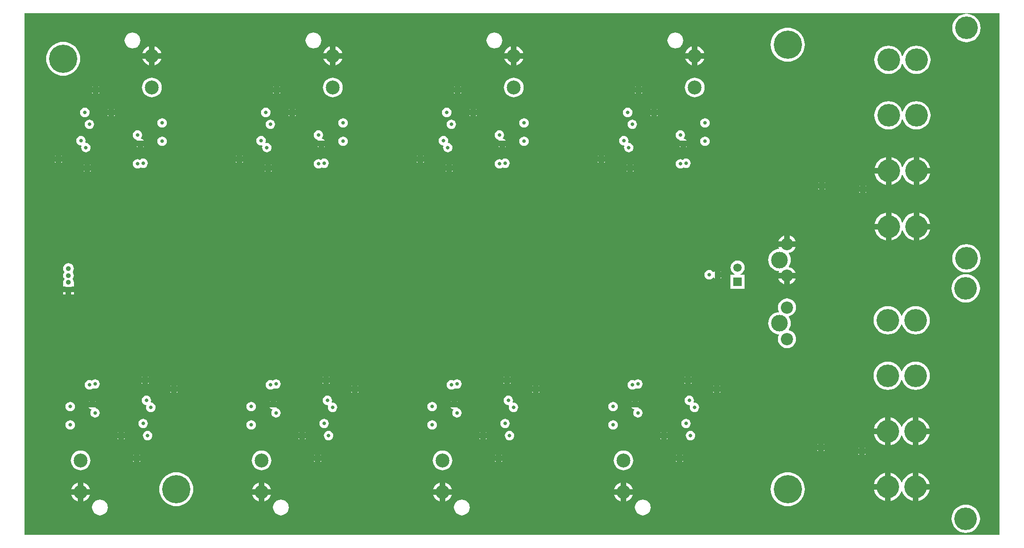
<source format=gbl>
G04 Layer_Physical_Order=4*
G04 Layer_Color=16711680*
%FSLAX25Y25*%
%MOIN*%
G70*
G01*
G75*
%ADD29C,0.03543*%
%ADD30R,0.03543X0.03543*%
%ADD31C,0.09842*%
%ADD32C,0.16000*%
%ADD33C,0.05905*%
%ADD34R,0.05905X0.05905*%
%ADD35C,0.20000*%
%ADD36C,0.08661*%
%ADD37C,0.11811*%
%ADD38C,0.02600*%
G36*
X917451Y102549D02*
X227549D01*
Y472451D01*
X917451D01*
Y102549D01*
D02*
G37*
%LPC*%
G36*
X277500Y197625D02*
Y197000D01*
X278125D01*
X277854Y197354D01*
X277500Y197625D01*
D02*
G37*
G36*
X273500D02*
X273146Y197354D01*
X272875Y197000D01*
X273500D01*
Y197625D01*
D02*
G37*
G36*
X405500D02*
Y197000D01*
X406125D01*
X405854Y197354D01*
X405500Y197625D01*
D02*
G37*
G36*
X401500D02*
X401146Y197354D01*
X400875Y197000D01*
X401500D01*
Y197625D01*
D02*
G37*
G36*
X644000Y196828D02*
X643139Y196715D01*
X642336Y196382D01*
X641646Y195854D01*
X641117Y195164D01*
X640785Y194361D01*
X640671Y193500D01*
X640785Y192639D01*
X641117Y191836D01*
X641646Y191146D01*
X642336Y190618D01*
X643139Y190285D01*
X644000Y190172D01*
X644862Y190285D01*
X645664Y190618D01*
X646354Y191146D01*
X646882Y191836D01*
X647215Y192639D01*
X647329Y193500D01*
X647215Y194361D01*
X646882Y195164D01*
X646354Y195854D01*
X645664Y196382D01*
X644862Y196715D01*
X644000Y196828D01*
D02*
G37*
G36*
X260000D02*
X259138Y196715D01*
X258336Y196382D01*
X257646Y195854D01*
X257118Y195164D01*
X256785Y194361D01*
X256672Y193500D01*
X256785Y192639D01*
X257118Y191836D01*
X257646Y191146D01*
X258336Y190618D01*
X259138Y190285D01*
X260000Y190172D01*
X260861Y190285D01*
X261664Y190618D01*
X262354Y191146D01*
X262882Y191836D01*
X263215Y192639D01*
X263329Y193500D01*
X263215Y194361D01*
X262882Y195164D01*
X262354Y195854D01*
X261664Y196382D01*
X260861Y196715D01*
X260000Y196828D01*
D02*
G37*
G36*
X697905Y201250D02*
X697044Y201136D01*
X696241Y200804D01*
X695552Y200275D01*
X695023Y199585D01*
X694690Y198783D01*
X694577Y197921D01*
X694690Y197060D01*
X695023Y196257D01*
X695552Y195568D01*
X696241Y195039D01*
X697044Y194706D01*
X697905Y194593D01*
X698055Y194612D01*
X698406Y194154D01*
X698285Y193861D01*
X698172Y193000D01*
X698285Y192139D01*
X698618Y191336D01*
X699146Y190646D01*
X699836Y190118D01*
X700638Y189785D01*
X701500Y189672D01*
X702361Y189785D01*
X703164Y190118D01*
X703854Y190646D01*
X704383Y191336D01*
X704715Y192139D01*
X704829Y193000D01*
X704715Y193861D01*
X704383Y194664D01*
X703854Y195354D01*
X703164Y195882D01*
X702361Y196215D01*
X701500Y196328D01*
X701351Y196309D01*
X700999Y196767D01*
X701121Y197060D01*
X701234Y197921D01*
X701121Y198783D01*
X700788Y199585D01*
X700259Y200275D01*
X699570Y200804D01*
X698767Y201136D01*
X697905Y201250D01*
D02*
G37*
G36*
X516000Y196828D02*
X515138Y196715D01*
X514336Y196382D01*
X513646Y195854D01*
X513118Y195164D01*
X512785Y194361D01*
X512672Y193500D01*
X512785Y192639D01*
X513118Y191836D01*
X513646Y191146D01*
X514336Y190618D01*
X515138Y190285D01*
X516000Y190172D01*
X516861Y190285D01*
X517664Y190618D01*
X518354Y191146D01*
X518883Y191836D01*
X519215Y192639D01*
X519328Y193500D01*
X519215Y194361D01*
X518883Y195164D01*
X518354Y195854D01*
X517664Y196382D01*
X516861Y196715D01*
X516000Y196828D01*
D02*
G37*
G36*
X388000D02*
X387139Y196715D01*
X386336Y196382D01*
X385646Y195854D01*
X385118Y195164D01*
X384785Y194361D01*
X384671Y193500D01*
X384785Y192639D01*
X385118Y191836D01*
X385646Y191146D01*
X386336Y190618D01*
X387139Y190285D01*
X388000Y190172D01*
X388861Y190285D01*
X389664Y190618D01*
X390354Y191146D01*
X390882Y191836D01*
X391215Y192639D01*
X391329Y193500D01*
X391215Y194361D01*
X390882Y195164D01*
X390354Y195854D01*
X389664Y196382D01*
X388861Y196715D01*
X388000Y196828D01*
D02*
G37*
G36*
X529500Y197625D02*
X529146Y197354D01*
X528875Y197000D01*
X529500D01*
Y197625D01*
D02*
G37*
G36*
X464030Y203921D02*
X463406D01*
Y203296D01*
X463759Y203568D01*
X464030Y203921D01*
D02*
G37*
G36*
X459406D02*
X458781D01*
X459052Y203568D01*
X459406Y203296D01*
Y203921D01*
D02*
G37*
G36*
X592030D02*
X591405D01*
Y203296D01*
X591759Y203568D01*
X592030Y203921D01*
D02*
G37*
G36*
X587405D02*
X586781D01*
X587052Y203568D01*
X587405Y203296D01*
Y203921D01*
D02*
G37*
G36*
X336030D02*
X335405D01*
Y203296D01*
X335759Y203568D01*
X336030Y203921D01*
D02*
G37*
G36*
X657500Y197625D02*
X657146Y197354D01*
X656875Y197000D01*
X657500D01*
Y197625D01*
D02*
G37*
G36*
X533500D02*
Y197000D01*
X534125D01*
X533854Y197354D01*
X533500Y197625D01*
D02*
G37*
G36*
X331405Y203921D02*
X330781D01*
X331052Y203568D01*
X331405Y203296D01*
Y203921D01*
D02*
G37*
G36*
X661500Y197625D02*
Y197000D01*
X662125D01*
X661854Y197354D01*
X661500Y197625D01*
D02*
G37*
G36*
X860000Y185843D02*
Y178000D01*
X867843D01*
X867284Y179845D01*
X866355Y181583D01*
X865105Y183105D01*
X863583Y184355D01*
X861845Y185284D01*
X860000Y185843D01*
D02*
G37*
G36*
X836315Y185843D02*
X834470Y185284D01*
X832732Y184355D01*
X831210Y183105D01*
X829960Y181583D01*
X829031Y179845D01*
X828472Y178000D01*
X836315D01*
Y185843D01*
D02*
G37*
G36*
X439500Y184828D02*
X438638Y184715D01*
X437836Y184382D01*
X437146Y183854D01*
X436618Y183164D01*
X436285Y182361D01*
X436171Y181500D01*
X436285Y180639D01*
X436618Y179836D01*
X437146Y179146D01*
X437836Y178618D01*
X438638Y178285D01*
X439500Y178172D01*
X440361Y178285D01*
X441164Y178618D01*
X441854Y179146D01*
X442382Y179836D01*
X442715Y180639D01*
X442829Y181500D01*
X442715Y182361D01*
X442382Y183164D01*
X441854Y183854D01*
X441164Y184382D01*
X440361Y184715D01*
X439500Y184828D01*
D02*
G37*
G36*
X311500D02*
X310638Y184715D01*
X309836Y184382D01*
X309146Y183854D01*
X308617Y183164D01*
X308285Y182361D01*
X308172Y181500D01*
X308285Y180639D01*
X308617Y179836D01*
X309146Y179146D01*
X309836Y178618D01*
X310638Y178285D01*
X311500Y178172D01*
X312362Y178285D01*
X313164Y178618D01*
X313854Y179146D01*
X314383Y179836D01*
X314715Y180639D01*
X314828Y181500D01*
X314715Y182361D01*
X314383Y183164D01*
X313854Y183854D01*
X313164Y184382D01*
X312362Y184715D01*
X311500Y184828D01*
D02*
G37*
G36*
X644000Y183828D02*
X643139Y183715D01*
X642336Y183382D01*
X641646Y182854D01*
X641117Y182164D01*
X640785Y181361D01*
X640671Y180500D01*
X640785Y179639D01*
X641117Y178836D01*
X641646Y178146D01*
X642336Y177618D01*
X643139Y177285D01*
X644000Y177172D01*
X644862Y177285D01*
X645664Y177618D01*
X646354Y178146D01*
X646882Y178836D01*
X647215Y179639D01*
X647329Y180500D01*
X647215Y181361D01*
X646882Y182164D01*
X646354Y182854D01*
X645664Y183382D01*
X644862Y183715D01*
X644000Y183828D01*
D02*
G37*
G36*
X260000D02*
X259138Y183715D01*
X258336Y183382D01*
X257646Y182854D01*
X257118Y182164D01*
X256785Y181361D01*
X256672Y180500D01*
X256785Y179639D01*
X257118Y178836D01*
X257646Y178146D01*
X258336Y177618D01*
X259138Y177285D01*
X260000Y177172D01*
X260861Y177285D01*
X261664Y177618D01*
X262354Y178146D01*
X262882Y178836D01*
X263215Y179639D01*
X263329Y180500D01*
X263215Y181361D01*
X262882Y182164D01*
X262354Y182854D01*
X261664Y183382D01*
X260861Y183715D01*
X260000Y183828D01*
D02*
G37*
G36*
X682000Y175546D02*
Y174921D01*
X682625D01*
X682354Y175275D01*
X682000Y175546D01*
D02*
G37*
G36*
X516000Y183828D02*
X515138Y183715D01*
X514336Y183382D01*
X513646Y182854D01*
X513118Y182164D01*
X512785Y181361D01*
X512672Y180500D01*
X512785Y179639D01*
X513118Y178836D01*
X513646Y178146D01*
X514336Y177618D01*
X515138Y177285D01*
X516000Y177172D01*
X516861Y177285D01*
X517664Y177618D01*
X518354Y178146D01*
X518883Y178836D01*
X519215Y179639D01*
X519328Y180500D01*
X519215Y181361D01*
X518883Y182164D01*
X518354Y182854D01*
X517664Y183382D01*
X516861Y183715D01*
X516000Y183828D01*
D02*
G37*
G36*
X388000D02*
X387139Y183715D01*
X386336Y183382D01*
X385646Y182854D01*
X385118Y182164D01*
X384785Y181361D01*
X384671Y180500D01*
X384785Y179639D01*
X385118Y178836D01*
X385646Y178146D01*
X386336Y177618D01*
X387139Y177285D01*
X388000Y177172D01*
X388861Y177285D01*
X389664Y177618D01*
X390354Y178146D01*
X390882Y178836D01*
X391215Y179639D01*
X391329Y180500D01*
X391215Y181361D01*
X390882Y182164D01*
X390354Y182854D01*
X389664Y183382D01*
X388861Y183715D01*
X388000Y183828D01*
D02*
G37*
G36*
X567500Y184828D02*
X566639Y184715D01*
X565836Y184382D01*
X565146Y183854D01*
X564617Y183164D01*
X564285Y182361D01*
X564172Y181500D01*
X564285Y180639D01*
X564617Y179836D01*
X565146Y179146D01*
X565836Y178618D01*
X566639Y178285D01*
X567500Y178172D01*
X568362Y178285D01*
X569164Y178618D01*
X569854Y179146D01*
X570382Y179836D01*
X570715Y180639D01*
X570828Y181500D01*
X570715Y182361D01*
X570382Y183164D01*
X569854Y183854D01*
X569164Y184382D01*
X568362Y184715D01*
X567500Y184828D01*
D02*
G37*
G36*
X313906Y201250D02*
X313044Y201136D01*
X312241Y200804D01*
X311552Y200275D01*
X311023Y199585D01*
X310690Y198783D01*
X310577Y197921D01*
X310690Y197060D01*
X311023Y196257D01*
X311552Y195568D01*
X312241Y195039D01*
X313044Y194706D01*
X313565Y194638D01*
X313888Y194110D01*
X313785Y193861D01*
X313671Y193000D01*
X313785Y192139D01*
X314118Y191336D01*
X314646Y190646D01*
X315336Y190118D01*
X316139Y189785D01*
X317000Y189672D01*
X317862Y189785D01*
X318664Y190118D01*
X319354Y190646D01*
X319882Y191336D01*
X320215Y192139D01*
X320328Y193000D01*
X320215Y193861D01*
X319882Y194664D01*
X319354Y195354D01*
X318664Y195882D01*
X317862Y196215D01*
X317340Y196284D01*
X317018Y196811D01*
X317121Y197060D01*
X317234Y197921D01*
X317121Y198783D01*
X316788Y199585D01*
X316259Y200275D01*
X315570Y200804D01*
X314767Y201136D01*
X313906Y201250D01*
D02*
G37*
G36*
X662125Y193000D02*
X656875D01*
X657146Y192646D01*
X657836Y192118D01*
X658638Y191785D01*
X658833Y191759D01*
X658892Y191687D01*
X659031Y191229D01*
X658617Y190690D01*
X658285Y189887D01*
X658172Y189026D01*
X658285Y188164D01*
X658617Y187361D01*
X659146Y186672D01*
X659836Y186143D01*
X660639Y185810D01*
X661500Y185697D01*
X662361Y185810D01*
X663164Y186143D01*
X663854Y186672D01*
X664383Y187361D01*
X664715Y188164D01*
X664828Y189026D01*
X664715Y189887D01*
X664383Y190690D01*
X663854Y191379D01*
X663164Y191908D01*
X662361Y192241D01*
X662168Y192266D01*
X662108Y192339D01*
X661969Y192797D01*
X662125Y193000D01*
D02*
G37*
G36*
X569906Y201250D02*
X569044Y201136D01*
X568241Y200804D01*
X567552Y200275D01*
X567023Y199585D01*
X566690Y198783D01*
X566577Y197921D01*
X566690Y197060D01*
X567023Y196257D01*
X567552Y195568D01*
X568241Y195039D01*
X569044Y194706D01*
X569906Y194593D01*
X570055Y194612D01*
X570406Y194154D01*
X570285Y193861D01*
X570171Y193000D01*
X570285Y192139D01*
X570617Y191336D01*
X571146Y190646D01*
X571836Y190118D01*
X572639Y189785D01*
X573500Y189672D01*
X574362Y189785D01*
X575164Y190118D01*
X575854Y190646D01*
X576382Y191336D01*
X576715Y192139D01*
X576828Y193000D01*
X576715Y193861D01*
X576382Y194664D01*
X575854Y195354D01*
X575164Y195882D01*
X574362Y196215D01*
X573500Y196328D01*
X573351Y196309D01*
X572999Y196767D01*
X573121Y197060D01*
X573234Y197921D01*
X573121Y198783D01*
X572788Y199585D01*
X572259Y200275D01*
X571570Y200804D01*
X570767Y201136D01*
X569906Y201250D01*
D02*
G37*
G36*
X441905D02*
X441044Y201136D01*
X440241Y200804D01*
X439552Y200275D01*
X439023Y199585D01*
X438690Y198783D01*
X438577Y197921D01*
X438690Y197060D01*
X439023Y196257D01*
X439552Y195568D01*
X440241Y195039D01*
X441044Y194706D01*
X441905Y194593D01*
X442055Y194612D01*
X442406Y194154D01*
X442285Y193861D01*
X442171Y193000D01*
X442285Y192139D01*
X442618Y191336D01*
X443146Y190646D01*
X443836Y190118D01*
X444638Y189785D01*
X445500Y189672D01*
X446361Y189785D01*
X447164Y190118D01*
X447854Y190646D01*
X448383Y191336D01*
X448715Y192139D01*
X448829Y193000D01*
X448715Y193861D01*
X448383Y194664D01*
X447854Y195354D01*
X447164Y195882D01*
X446361Y196215D01*
X445500Y196328D01*
X445351Y196309D01*
X444999Y196767D01*
X445121Y197060D01*
X445234Y197921D01*
X445121Y198783D01*
X444788Y199585D01*
X444259Y200275D01*
X443570Y200804D01*
X442767Y201136D01*
X441905Y201250D01*
D02*
G37*
G36*
X534125Y193000D02*
X528875D01*
X529146Y192646D01*
X529836Y192118D01*
X530639Y191785D01*
X530832Y191759D01*
X530893Y191687D01*
X531031Y191229D01*
X530618Y190690D01*
X530285Y189887D01*
X530171Y189026D01*
X530285Y188164D01*
X530618Y187361D01*
X531146Y186672D01*
X531836Y186143D01*
X532639Y185810D01*
X533500Y185697D01*
X534362Y185810D01*
X535164Y186143D01*
X535854Y186672D01*
X536382Y187361D01*
X536715Y188164D01*
X536829Y189026D01*
X536715Y189887D01*
X536382Y190690D01*
X535854Y191379D01*
X535164Y191908D01*
X534362Y192241D01*
X534167Y192266D01*
X534107Y192339D01*
X533969Y192797D01*
X534125Y193000D01*
D02*
G37*
G36*
X856000Y185843D02*
X854155Y185284D01*
X852417Y184355D01*
X850895Y183105D01*
X849645Y181583D01*
X848717Y179845D01*
X848407Y178827D01*
X847908D01*
X847598Y179845D01*
X846670Y181583D01*
X845420Y183105D01*
X843898Y184355D01*
X842160Y185284D01*
X840315Y185843D01*
Y176000D01*
Y166157D01*
X842160Y166717D01*
X843898Y167645D01*
X845420Y168895D01*
X846670Y170417D01*
X847598Y172155D01*
X847908Y173173D01*
X848407D01*
X848717Y172155D01*
X849645Y170417D01*
X850895Y168895D01*
X852417Y167645D01*
X854155Y166717D01*
X856000Y166157D01*
Y176000D01*
Y185843D01*
D02*
G37*
G36*
X695500Y184828D02*
X694638Y184715D01*
X693836Y184382D01*
X693146Y183854D01*
X692618Y183164D01*
X692285Y182361D01*
X692171Y181500D01*
X692285Y180639D01*
X692618Y179836D01*
X693146Y179146D01*
X693836Y178618D01*
X694638Y178285D01*
X695500Y178172D01*
X696361Y178285D01*
X697164Y178618D01*
X697854Y179146D01*
X698383Y179836D01*
X698715Y180639D01*
X698829Y181500D01*
X698715Y182361D01*
X698383Y183164D01*
X697854Y183854D01*
X697164Y184382D01*
X696361Y184715D01*
X695500Y184828D01*
D02*
G37*
G36*
X406125Y193000D02*
X400875D01*
X401146Y192646D01*
X401836Y192118D01*
X402638Y191785D01*
X402833Y191759D01*
X402892Y191687D01*
X403031Y191229D01*
X402618Y190690D01*
X402285Y189887D01*
X402172Y189026D01*
X402285Y188164D01*
X402618Y187361D01*
X403146Y186672D01*
X403836Y186143D01*
X404638Y185810D01*
X405500Y185697D01*
X406361Y185810D01*
X407164Y186143D01*
X407854Y186672D01*
X408383Y187361D01*
X408715Y188164D01*
X408828Y189026D01*
X408715Y189887D01*
X408383Y190690D01*
X407854Y191379D01*
X407164Y191908D01*
X406361Y192241D01*
X406168Y192266D01*
X406108Y192339D01*
X405969Y192797D01*
X406125Y193000D01*
D02*
G37*
G36*
X278125D02*
X272875D01*
X273146Y192646D01*
X273836Y192118D01*
X274639Y191785D01*
X274833Y191759D01*
X274892Y191687D01*
X275031Y191229D01*
X274618Y190690D01*
X274285Y189887D01*
X274171Y189026D01*
X274285Y188164D01*
X274618Y187361D01*
X275146Y186672D01*
X275836Y186143D01*
X276639Y185810D01*
X277500Y185697D01*
X278362Y185810D01*
X279164Y186143D01*
X279854Y186672D01*
X280382Y187361D01*
X280715Y188164D01*
X280828Y189026D01*
X280715Y189887D01*
X280382Y190690D01*
X279854Y191379D01*
X279164Y191908D01*
X278362Y192241D01*
X278168Y192266D01*
X278108Y192339D01*
X277969Y192797D01*
X278125Y193000D01*
D02*
G37*
G36*
X715406Y203921D02*
X714781D01*
X715052Y203568D01*
X715406Y203296D01*
Y203921D01*
D02*
G37*
G36*
X566905Y215046D02*
X566552Y214775D01*
X566281Y214421D01*
X566905D01*
Y215046D01*
D02*
G37*
G36*
X442906D02*
Y214421D01*
X443530D01*
X443259Y214775D01*
X442906Y215046D01*
D02*
G37*
G36*
X694906D02*
X694552Y214775D01*
X694281Y214421D01*
X694906D01*
Y215046D01*
D02*
G37*
G36*
X570905D02*
Y214421D01*
X571530D01*
X571259Y214775D01*
X570905Y215046D01*
D02*
G37*
G36*
X438905D02*
X438552Y214775D01*
X438281Y214421D01*
X438905D01*
Y215046D01*
D02*
G37*
G36*
X661500Y212828D02*
X660639Y212715D01*
X659836Y212383D01*
X659174Y211875D01*
X659164Y211882D01*
X658361Y212215D01*
X657500Y212329D01*
X656638Y212215D01*
X655836Y211882D01*
X655146Y211354D01*
X654618Y210664D01*
X654285Y209861D01*
X654172Y209000D01*
X654285Y208138D01*
X654618Y207336D01*
X655146Y206646D01*
X655836Y206118D01*
X656638Y205785D01*
X657500Y205672D01*
X658361Y205785D01*
X659164Y206118D01*
X659826Y206625D01*
X659836Y206617D01*
X660639Y206285D01*
X661500Y206171D01*
X662361Y206285D01*
X663164Y206617D01*
X663854Y207146D01*
X664383Y207836D01*
X664715Y208639D01*
X664828Y209500D01*
X664715Y210362D01*
X664383Y211164D01*
X663854Y211854D01*
X663164Y212383D01*
X662361Y212715D01*
X661500Y212828D01*
D02*
G37*
G36*
X533500D02*
X532639Y212715D01*
X531836Y212383D01*
X531174Y211875D01*
X531164Y211882D01*
X530362Y212215D01*
X529500Y212329D01*
X528639Y212215D01*
X527836Y211882D01*
X527146Y211354D01*
X526617Y210664D01*
X526285Y209861D01*
X526171Y209000D01*
X526285Y208138D01*
X526617Y207336D01*
X527146Y206646D01*
X527836Y206118D01*
X528639Y205785D01*
X529500Y205672D01*
X530362Y205785D01*
X531164Y206118D01*
X531826Y206625D01*
X531836Y206617D01*
X532639Y206285D01*
X533500Y206171D01*
X534362Y206285D01*
X535164Y206617D01*
X535854Y207146D01*
X536382Y207836D01*
X536715Y208639D01*
X536829Y209500D01*
X536715Y210362D01*
X536382Y211164D01*
X535854Y211854D01*
X535164Y212383D01*
X534362Y212715D01*
X533500Y212828D01*
D02*
G37*
G36*
X314906Y215046D02*
Y214421D01*
X315530D01*
X315259Y214775D01*
X314906Y215046D01*
D02*
G37*
G36*
X310906D02*
X310552Y214775D01*
X310281Y214421D01*
X310906D01*
Y215046D01*
D02*
G37*
G36*
X698906D02*
Y214421D01*
X699530D01*
X699259Y214775D01*
X698906Y215046D01*
D02*
G37*
G36*
X732000Y296995D02*
X730707Y296825D01*
X729502Y296326D01*
X728468Y295532D01*
X727674Y294498D01*
X727175Y293293D01*
X727004Y292000D01*
X727175Y290707D01*
X727674Y289502D01*
X728468Y288468D01*
X729502Y287674D01*
X730036Y287453D01*
X729936Y286953D01*
X727047D01*
Y277047D01*
X736953D01*
Y286953D01*
X734064D01*
X733964Y287453D01*
X734498Y287674D01*
X735532Y288468D01*
X736326Y289502D01*
X736825Y290707D01*
X736996Y292000D01*
X736825Y293293D01*
X736326Y294498D01*
X735532Y295532D01*
X734498Y296326D01*
X733293Y296825D01*
X732000Y296995D01*
D02*
G37*
G36*
X262551Y274579D02*
X260780D01*
Y272807D01*
X262551D01*
Y274579D01*
D02*
G37*
G36*
X773009Y284221D02*
X769000D01*
Y280212D01*
X769434Y280343D01*
X770534Y280931D01*
X771498Y281722D01*
X772289Y282686D01*
X772877Y283786D01*
X773009Y284221D01*
D02*
G37*
G36*
X258780Y295147D02*
X257795Y295017D01*
X256877Y294637D01*
X256090Y294033D01*
X255485Y293245D01*
X255105Y292327D01*
X254975Y291342D01*
X255105Y290358D01*
X255485Y289440D01*
X255914Y288882D01*
X255485Y288323D01*
X255105Y287406D01*
X254975Y286421D01*
X255105Y285437D01*
X255485Y284519D01*
X255914Y283961D01*
X255485Y283402D01*
X255105Y282485D01*
X254975Y281500D01*
X255061Y280850D01*
X255008Y280350D01*
X255008Y280350D01*
X255008Y280350D01*
Y278579D01*
X256391D01*
X256877Y278205D01*
X257795Y277825D01*
X258780Y277696D01*
X259764Y277825D01*
X260682Y278205D01*
X261168Y278579D01*
X262551D01*
Y280350D01*
X262551Y280350D01*
X262498Y280850D01*
X262584Y281500D01*
X262454Y282485D01*
X262074Y283402D01*
X261646Y283961D01*
X262074Y284519D01*
X262454Y285437D01*
X262584Y286421D01*
X262454Y287406D01*
X262074Y288323D01*
X261646Y288882D01*
X262074Y289440D01*
X262454Y290358D01*
X262584Y291342D01*
X262454Y292327D01*
X262074Y293245D01*
X261470Y294033D01*
X260682Y294637D01*
X259764Y295017D01*
X258780Y295147D01*
D02*
G37*
G36*
X256780Y274579D02*
X255008D01*
Y272807D01*
X256780D01*
Y274579D01*
D02*
G37*
G36*
X767000Y270141D02*
X765759Y270019D01*
X764566Y269657D01*
X763466Y269069D01*
X762502Y268278D01*
X761711Y267314D01*
X761123Y266214D01*
X760761Y265021D01*
X760639Y263779D01*
X760761Y262539D01*
X761123Y261345D01*
X761369Y260886D01*
X761133Y260445D01*
X760175Y260350D01*
X758684Y259898D01*
X757311Y259164D01*
X756107Y258176D01*
X755119Y256972D01*
X754385Y255599D01*
X753933Y254109D01*
X753781Y252559D01*
X753933Y251009D01*
X754385Y249519D01*
X755119Y248146D01*
X756107Y246942D01*
X757311Y245954D01*
X758684Y245220D01*
X760175Y244768D01*
X761133Y244674D01*
X761369Y244233D01*
X761123Y243773D01*
X760761Y242580D01*
X760639Y241339D01*
X760761Y240097D01*
X761123Y238904D01*
X761711Y237804D01*
X762502Y236840D01*
X763466Y236049D01*
X764566Y235461D01*
X765759Y235100D01*
X767000Y234977D01*
X768241Y235100D01*
X769434Y235461D01*
X770534Y236049D01*
X771498Y236840D01*
X772289Y237804D01*
X772877Y238904D01*
X773239Y240097D01*
X773361Y241339D01*
X773239Y242580D01*
X772877Y243773D01*
X772289Y244873D01*
X771498Y245837D01*
X770534Y246628D01*
X769434Y247216D01*
X768456Y247512D01*
X768244Y248042D01*
X768329Y248146D01*
X769064Y249519D01*
X769516Y251009D01*
X769668Y252559D01*
X769516Y254109D01*
X769064Y255599D01*
X768329Y256972D01*
X768244Y257076D01*
X768456Y257606D01*
X769434Y257902D01*
X770534Y258490D01*
X771498Y259281D01*
X772289Y260245D01*
X772877Y261345D01*
X773239Y262539D01*
X773361Y263779D01*
X773239Y265021D01*
X772877Y266214D01*
X772289Y267314D01*
X771498Y268278D01*
X770534Y269069D01*
X769434Y269657D01*
X768241Y270019D01*
X767000Y270141D01*
D02*
G37*
G36*
X858000Y225418D02*
X856040Y225225D01*
X854155Y224654D01*
X852417Y223725D01*
X850895Y222475D01*
X849645Y220953D01*
X848717Y219215D01*
X848407Y218197D01*
X847908D01*
X847598Y219215D01*
X846670Y220953D01*
X845420Y222475D01*
X843898Y223725D01*
X842160Y224654D01*
X840275Y225225D01*
X838315Y225418D01*
X836355Y225225D01*
X834470Y224654D01*
X832732Y223725D01*
X831210Y222475D01*
X829960Y220953D01*
X829031Y219215D01*
X828460Y217330D01*
X828267Y215370D01*
X828460Y213410D01*
X829031Y211525D01*
X829960Y209788D01*
X831210Y208265D01*
X832732Y207015D01*
X834470Y206087D01*
X836355Y205515D01*
X838315Y205322D01*
X840275Y205515D01*
X842160Y206087D01*
X843898Y207015D01*
X845420Y208265D01*
X846670Y209788D01*
X847598Y211525D01*
X847908Y212543D01*
X848407D01*
X848717Y211525D01*
X849645Y209788D01*
X850895Y208265D01*
X852417Y207015D01*
X854155Y206087D01*
X856040Y205515D01*
X858000Y205322D01*
X859960Y205515D01*
X861845Y206087D01*
X863583Y207015D01*
X865105Y208265D01*
X866355Y209788D01*
X867284Y211525D01*
X867855Y213410D01*
X868048Y215370D01*
X867855Y217330D01*
X867284Y219215D01*
X866355Y220953D01*
X865105Y222475D01*
X863583Y223725D01*
X861845Y224654D01*
X859960Y225225D01*
X858000Y225418D01*
D02*
G37*
G36*
X893433Y287348D02*
X891473Y287155D01*
X889588Y286583D01*
X887850Y285654D01*
X886328Y284404D01*
X885078Y282882D01*
X884150Y281144D01*
X883578Y279259D01*
X883385Y277299D01*
X883578Y275339D01*
X884150Y273454D01*
X885078Y271717D01*
X886328Y270194D01*
X887850Y268944D01*
X889588Y268016D01*
X891473Y267444D01*
X893433Y267251D01*
X895393Y267444D01*
X897278Y268016D01*
X899016Y268944D01*
X900538Y270194D01*
X901788Y271717D01*
X902717Y273454D01*
X903288Y275339D01*
X903481Y277299D01*
X903288Y279259D01*
X902717Y281144D01*
X901788Y282882D01*
X900538Y284404D01*
X899016Y285654D01*
X897278Y286583D01*
X895393Y287155D01*
X893433Y287348D01*
D02*
G37*
G36*
X858000Y264789D02*
X856040Y264595D01*
X854155Y264024D01*
X852417Y263095D01*
X850895Y261845D01*
X849645Y260323D01*
X848717Y258585D01*
X848407Y257567D01*
X847908D01*
X847598Y258585D01*
X846670Y260323D01*
X845420Y261845D01*
X843898Y263095D01*
X842160Y264024D01*
X840275Y264595D01*
X838315Y264789D01*
X836355Y264595D01*
X834470Y264024D01*
X832732Y263095D01*
X831210Y261845D01*
X829960Y260323D01*
X829031Y258585D01*
X828460Y256700D01*
X828267Y254740D01*
X828460Y252780D01*
X829031Y250895D01*
X829960Y249158D01*
X831210Y247635D01*
X832732Y246385D01*
X834470Y245457D01*
X836355Y244885D01*
X838315Y244692D01*
X840275Y244885D01*
X842160Y245457D01*
X843898Y246385D01*
X845420Y247635D01*
X846670Y249158D01*
X847598Y250895D01*
X847908Y251913D01*
X848407D01*
X848717Y250895D01*
X849645Y249158D01*
X850895Y247635D01*
X852417Y246385D01*
X854155Y245457D01*
X856040Y244885D01*
X858000Y244692D01*
X859960Y244885D01*
X861845Y245457D01*
X863583Y246385D01*
X865105Y247635D01*
X866355Y249158D01*
X867284Y250895D01*
X867855Y252780D01*
X868048Y254740D01*
X867855Y256700D01*
X867284Y258585D01*
X866355Y260323D01*
X865105Y261845D01*
X863583Y263095D01*
X861845Y264024D01*
X859960Y264595D01*
X858000Y264789D01*
D02*
G37*
G36*
X591405Y208546D02*
Y207921D01*
X592030D01*
X591759Y208275D01*
X591405Y208546D01*
D02*
G37*
G36*
X587405D02*
X587052Y208275D01*
X586781Y207921D01*
X587405D01*
Y208546D01*
D02*
G37*
G36*
X719406D02*
Y207921D01*
X720030D01*
X719759Y208275D01*
X719406Y208546D01*
D02*
G37*
G36*
X715406D02*
X715052Y208275D01*
X714781Y207921D01*
X715406D01*
Y208546D01*
D02*
G37*
G36*
X463406D02*
Y207921D01*
X464030D01*
X463759Y208275D01*
X463406Y208546D01*
D02*
G37*
G36*
X331405D02*
X331052Y208275D01*
X330781Y207921D01*
X331405D01*
Y208546D01*
D02*
G37*
G36*
X720030Y203921D02*
X719406D01*
Y203296D01*
X719759Y203568D01*
X720030Y203921D01*
D02*
G37*
G36*
X459406Y208546D02*
X459052Y208275D01*
X458781Y207921D01*
X459406D01*
Y208546D01*
D02*
G37*
G36*
X335405D02*
Y207921D01*
X336030D01*
X335759Y208275D01*
X335405Y208546D01*
D02*
G37*
G36*
X438905Y210421D02*
X438281D01*
X438552Y210068D01*
X438905Y209796D01*
Y210421D01*
D02*
G37*
G36*
X699530D02*
X698906D01*
Y209796D01*
X699259Y210068D01*
X699530Y210421D01*
D02*
G37*
G36*
X694906D02*
X694281D01*
X694552Y210068D01*
X694906Y209796D01*
Y210421D01*
D02*
G37*
G36*
X405500Y212828D02*
X404638Y212715D01*
X403836Y212383D01*
X403174Y211875D01*
X403164Y211882D01*
X402361Y212215D01*
X401500Y212329D01*
X400638Y212215D01*
X399836Y211882D01*
X399146Y211354D01*
X398618Y210664D01*
X398285Y209861D01*
X398171Y209000D01*
X398285Y208138D01*
X398618Y207336D01*
X399146Y206646D01*
X399836Y206118D01*
X400638Y205785D01*
X401500Y205672D01*
X402361Y205785D01*
X403164Y206118D01*
X403826Y206625D01*
X403836Y206617D01*
X404638Y206285D01*
X405500Y206171D01*
X406361Y206285D01*
X407164Y206617D01*
X407854Y207146D01*
X408383Y207836D01*
X408715Y208639D01*
X408828Y209500D01*
X408715Y210362D01*
X408383Y211164D01*
X407854Y211854D01*
X407164Y212383D01*
X406361Y212715D01*
X405500Y212828D01*
D02*
G37*
G36*
X277500D02*
X276639Y212715D01*
X275836Y212383D01*
X275174Y211875D01*
X275164Y211882D01*
X274361Y212215D01*
X273500Y212329D01*
X272639Y212215D01*
X271836Y211882D01*
X271146Y211354D01*
X270618Y210664D01*
X270285Y209861D01*
X270171Y209000D01*
X270285Y208138D01*
X270618Y207336D01*
X271146Y206646D01*
X271836Y206118D01*
X272639Y205785D01*
X273500Y205672D01*
X274361Y205785D01*
X275164Y206118D01*
X275826Y206625D01*
X275836Y206617D01*
X276639Y206285D01*
X277500Y206171D01*
X278362Y206285D01*
X279164Y206617D01*
X279854Y207146D01*
X280382Y207836D01*
X280715Y208639D01*
X280828Y209500D01*
X280715Y210362D01*
X280382Y211164D01*
X279854Y211854D01*
X279164Y212383D01*
X278362Y212715D01*
X277500Y212828D01*
D02*
G37*
G36*
X315530Y210421D02*
X314906D01*
Y209796D01*
X315259Y210068D01*
X315530Y210421D01*
D02*
G37*
G36*
X566905D02*
X566281D01*
X566552Y210068D01*
X566905Y209796D01*
Y210421D01*
D02*
G37*
G36*
X443530D02*
X442906D01*
Y209796D01*
X443259Y210068D01*
X443530Y210421D01*
D02*
G37*
G36*
X310906D02*
X310281D01*
X310552Y210068D01*
X310906Y209796D01*
Y210421D01*
D02*
G37*
G36*
X571530D02*
X570905D01*
Y209796D01*
X571259Y210068D01*
X571530Y210421D01*
D02*
G37*
G36*
X836315Y146473D02*
X834470Y145913D01*
X832732Y144985D01*
X831210Y143735D01*
X829960Y142212D01*
X829031Y140475D01*
X828472Y138630D01*
X836315D01*
Y146473D01*
D02*
G37*
G36*
X653291Y139563D02*
Y134937D01*
X657917D01*
X657717Y135599D01*
X657074Y136801D01*
X656209Y137855D01*
X655155Y138720D01*
X653953Y139362D01*
X653291Y139563D01*
D02*
G37*
G36*
X856000Y146473D02*
X854155Y145913D01*
X852417Y144985D01*
X850895Y143735D01*
X849645Y142212D01*
X848717Y140475D01*
X848407Y139457D01*
X847908D01*
X847598Y140475D01*
X846670Y142212D01*
X845420Y143735D01*
X843898Y144985D01*
X842160Y145913D01*
X840315Y146473D01*
Y136630D01*
Y126787D01*
X842160Y127346D01*
X843898Y128275D01*
X845420Y129525D01*
X846670Y131047D01*
X847598Y132784D01*
X847908Y133803D01*
X848407D01*
X848717Y132784D01*
X849645Y131047D01*
X850895Y129525D01*
X852417Y128275D01*
X854155Y127346D01*
X856000Y126787D01*
Y136630D01*
Y146473D01*
D02*
G37*
G36*
X860000D02*
Y138630D01*
X867843D01*
X867284Y140475D01*
X866355Y142212D01*
X865105Y143735D01*
X863583Y144985D01*
X861845Y145913D01*
X860000Y146473D01*
D02*
G37*
G36*
X525291Y139563D02*
Y134937D01*
X529917D01*
X529717Y135599D01*
X529074Y136801D01*
X528209Y137855D01*
X527155Y138720D01*
X525953Y139362D01*
X525291Y139563D01*
D02*
G37*
G36*
X649291Y139563D02*
X648630Y139362D01*
X647428Y138720D01*
X646374Y137855D01*
X645509Y136801D01*
X644866Y135599D01*
X644665Y134937D01*
X649291D01*
Y139563D01*
D02*
G37*
G36*
X521291D02*
X520630Y139362D01*
X519427Y138720D01*
X518374Y137855D01*
X517509Y136801D01*
X516866Y135599D01*
X516665Y134937D01*
X521291D01*
Y139563D01*
D02*
G37*
G36*
X397291Y139563D02*
Y134937D01*
X401917D01*
X401717Y135599D01*
X401074Y136801D01*
X400209Y137855D01*
X399155Y138720D01*
X397953Y139362D01*
X397291Y139563D01*
D02*
G37*
G36*
X269291D02*
Y134937D01*
X273917D01*
X273717Y135599D01*
X273074Y136801D01*
X272209Y137855D01*
X271155Y138720D01*
X269953Y139362D01*
X269291Y139563D01*
D02*
G37*
G36*
X267291Y162333D02*
X265934Y162199D01*
X264630Y161803D01*
X263427Y161161D01*
X262374Y160296D01*
X261509Y159242D01*
X260866Y158039D01*
X260470Y156735D01*
X260337Y155378D01*
X260470Y154021D01*
X260866Y152717D01*
X261509Y151514D01*
X262374Y150460D01*
X263427Y149595D01*
X264630Y148953D01*
X265934Y148557D01*
X267291Y148423D01*
X268648Y148557D01*
X269953Y148953D01*
X271155Y149595D01*
X272209Y150460D01*
X273074Y151514D01*
X273717Y152717D01*
X274112Y154021D01*
X274246Y155378D01*
X274112Y156735D01*
X273717Y158039D01*
X273074Y159242D01*
X272209Y160296D01*
X271155Y161161D01*
X269953Y161803D01*
X268648Y162199D01*
X267291Y162333D01*
D02*
G37*
G36*
X437625Y154921D02*
X437000D01*
Y154296D01*
X437354Y154568D01*
X437625Y154921D01*
D02*
G37*
G36*
X433000D02*
X432375D01*
X432646Y154568D01*
X433000Y154296D01*
Y154921D01*
D02*
G37*
G36*
X565625D02*
X565000D01*
Y154296D01*
X565354Y154568D01*
X565625Y154921D01*
D02*
G37*
G36*
X561000D02*
X560375D01*
X560646Y154568D01*
X561000Y154296D01*
Y154921D01*
D02*
G37*
G36*
X309625D02*
X309000D01*
Y154296D01*
X309354Y154568D01*
X309625Y154921D01*
D02*
G37*
G36*
X523291Y162333D02*
X521935Y162199D01*
X520630Y161803D01*
X519427Y161161D01*
X518374Y160296D01*
X517509Y159242D01*
X516866Y158039D01*
X516470Y156735D01*
X516337Y155378D01*
X516470Y154021D01*
X516866Y152717D01*
X517509Y151514D01*
X518374Y150460D01*
X519427Y149595D01*
X520630Y148953D01*
X521935Y148557D01*
X523291Y148423D01*
X524648Y148557D01*
X525953Y148953D01*
X527155Y149595D01*
X528209Y150460D01*
X529074Y151514D01*
X529717Y152717D01*
X530112Y154021D01*
X530246Y155378D01*
X530112Y156735D01*
X529717Y158039D01*
X529074Y159242D01*
X528209Y160296D01*
X527155Y161161D01*
X525953Y161803D01*
X524648Y162199D01*
X523291Y162333D01*
D02*
G37*
G36*
X395291D02*
X393934Y162199D01*
X392630Y161803D01*
X391427Y161161D01*
X390374Y160296D01*
X389509Y159242D01*
X388866Y158039D01*
X388470Y156735D01*
X388337Y155378D01*
X388470Y154021D01*
X388866Y152717D01*
X389509Y151514D01*
X390374Y150460D01*
X391427Y149595D01*
X392630Y148953D01*
X393934Y148557D01*
X395291Y148423D01*
X396648Y148557D01*
X397953Y148953D01*
X399155Y149595D01*
X400209Y150460D01*
X401074Y151514D01*
X401717Y152717D01*
X402112Y154021D01*
X402246Y155378D01*
X402112Y156735D01*
X401717Y158039D01*
X401074Y159242D01*
X400209Y160296D01*
X399155Y161161D01*
X397953Y161803D01*
X396648Y162199D01*
X395291Y162333D01*
D02*
G37*
G36*
X305000Y154921D02*
X304375D01*
X304646Y154568D01*
X305000Y154296D01*
Y154921D01*
D02*
G37*
G36*
X651291Y162333D02*
X649934Y162199D01*
X648630Y161803D01*
X647428Y161161D01*
X646374Y160296D01*
X645509Y159242D01*
X644866Y158039D01*
X644470Y156735D01*
X644337Y155378D01*
X644470Y154021D01*
X644866Y152717D01*
X645509Y151514D01*
X646374Y150460D01*
X647428Y149595D01*
X648630Y148953D01*
X649934Y148557D01*
X651291Y148423D01*
X652648Y148557D01*
X653953Y148953D01*
X655155Y149595D01*
X656209Y150460D01*
X657074Y151514D01*
X657717Y152717D01*
X658112Y154021D01*
X658246Y155378D01*
X658112Y156735D01*
X657717Y158039D01*
X657074Y159242D01*
X656209Y160296D01*
X655155Y161161D01*
X653953Y161803D01*
X652648Y162199D01*
X651291Y162333D01*
D02*
G37*
G36*
X767500Y147037D02*
X765617Y146889D01*
X763780Y146448D01*
X762035Y145725D01*
X760425Y144738D01*
X758989Y143511D01*
X757762Y142075D01*
X756775Y140465D01*
X756052Y138720D01*
X755611Y136883D01*
X755463Y135000D01*
X755611Y133117D01*
X756052Y131280D01*
X756775Y129535D01*
X757762Y127925D01*
X758989Y126488D01*
X760425Y125262D01*
X762035Y124275D01*
X763780Y123552D01*
X765617Y123111D01*
X767500Y122963D01*
X769383Y123111D01*
X771220Y123552D01*
X772965Y124275D01*
X774575Y125262D01*
X776012Y126488D01*
X777238Y127925D01*
X778225Y129535D01*
X778948Y131280D01*
X779389Y133117D01*
X779537Y135000D01*
X779389Y136883D01*
X778948Y138720D01*
X778225Y140465D01*
X777238Y142075D01*
X776012Y143511D01*
X774575Y144738D01*
X772965Y145725D01*
X771220Y146448D01*
X769383Y146889D01*
X767500Y147037D01*
D02*
G37*
G36*
X335000D02*
X333117Y146889D01*
X331280Y146448D01*
X329535Y145725D01*
X327925Y144738D01*
X326488Y143511D01*
X325262Y142075D01*
X324275Y140465D01*
X323552Y138720D01*
X323111Y136883D01*
X322963Y135000D01*
X323111Y133117D01*
X323552Y131280D01*
X324275Y129535D01*
X325262Y127925D01*
X326488Y126488D01*
X327925Y125262D01*
X329535Y124275D01*
X331280Y123552D01*
X333117Y123111D01*
X335000Y122963D01*
X336883Y123111D01*
X338720Y123552D01*
X340465Y124275D01*
X342075Y125262D01*
X343512Y126488D01*
X344738Y127925D01*
X345725Y129535D01*
X346448Y131280D01*
X346889Y133117D01*
X347037Y135000D01*
X346889Y136883D01*
X346448Y138720D01*
X345725Y140465D01*
X344738Y142075D01*
X343512Y143511D01*
X342075Y144738D01*
X340465Y145725D01*
X338720Y146448D01*
X336883Y146889D01*
X335000Y147037D01*
D02*
G37*
G36*
X401917Y130937D02*
X397291D01*
Y126311D01*
X397953Y126512D01*
X399155Y127154D01*
X400209Y128019D01*
X401074Y129073D01*
X401717Y130275D01*
X401917Y130937D01*
D02*
G37*
G36*
X273917D02*
X269291D01*
Y126311D01*
X269953Y126512D01*
X271155Y127154D01*
X272209Y128019D01*
X273074Y129073D01*
X273717Y130275D01*
X273917Y130937D01*
D02*
G37*
G36*
X664992Y127623D02*
X663545Y127432D01*
X662197Y126874D01*
X661039Y125985D01*
X660150Y124827D01*
X659591Y123479D01*
X659401Y122031D01*
X659591Y120584D01*
X660150Y119236D01*
X661039Y118078D01*
X662197Y117189D01*
X663545Y116631D01*
X664992Y116440D01*
X666439Y116631D01*
X667788Y117189D01*
X668946Y118078D01*
X669834Y119236D01*
X670393Y120584D01*
X670583Y122031D01*
X670393Y123479D01*
X669834Y124827D01*
X668946Y125985D01*
X667788Y126874D01*
X666439Y127432D01*
X664992Y127623D01*
D02*
G37*
G36*
X280992D02*
X279545Y127432D01*
X278197Y126874D01*
X277039Y125985D01*
X276150Y124827D01*
X275591Y123479D01*
X275401Y122031D01*
X275591Y120584D01*
X276150Y119236D01*
X277039Y118078D01*
X278197Y117189D01*
X279545Y116631D01*
X280992Y116440D01*
X282439Y116631D01*
X283788Y117189D01*
X284946Y118078D01*
X285834Y119236D01*
X286393Y120584D01*
X286583Y122031D01*
X286393Y123479D01*
X285834Y124827D01*
X284946Y125985D01*
X283788Y126874D01*
X282439Y127432D01*
X280992Y127623D01*
D02*
G37*
G36*
X893433Y124119D02*
X891473Y123926D01*
X889588Y123354D01*
X887850Y122426D01*
X886328Y121176D01*
X885078Y119653D01*
X884150Y117916D01*
X883578Y116031D01*
X883385Y114071D01*
X883578Y112110D01*
X884150Y110225D01*
X885078Y108488D01*
X886328Y106965D01*
X887850Y105716D01*
X889588Y104787D01*
X891473Y104216D01*
X893433Y104022D01*
X895393Y104216D01*
X897278Y104787D01*
X899016Y105716D01*
X900538Y106965D01*
X901788Y108488D01*
X902717Y110225D01*
X903288Y112110D01*
X903481Y114071D01*
X903288Y116031D01*
X902717Y117916D01*
X901788Y119653D01*
X900538Y121176D01*
X899016Y122426D01*
X897278Y123354D01*
X895393Y123926D01*
X893433Y124119D01*
D02*
G37*
G36*
X536992Y127623D02*
X535545Y127432D01*
X534197Y126874D01*
X533039Y125985D01*
X532150Y124827D01*
X531592Y123479D01*
X531401Y122031D01*
X531592Y120584D01*
X532150Y119236D01*
X533039Y118078D01*
X534197Y117189D01*
X535545Y116631D01*
X536992Y116440D01*
X538439Y116631D01*
X539788Y117189D01*
X540946Y118078D01*
X541834Y119236D01*
X542393Y120584D01*
X542583Y122031D01*
X542393Y123479D01*
X541834Y124827D01*
X540946Y125985D01*
X539788Y126874D01*
X538439Y127432D01*
X536992Y127623D01*
D02*
G37*
G36*
X408992D02*
X407545Y127432D01*
X406197Y126874D01*
X405039Y125985D01*
X404150Y124827D01*
X403591Y123479D01*
X403401Y122031D01*
X403591Y120584D01*
X404150Y119236D01*
X405039Y118078D01*
X406197Y117189D01*
X407545Y116631D01*
X408992Y116440D01*
X410439Y116631D01*
X411788Y117189D01*
X412946Y118078D01*
X413834Y119236D01*
X414393Y120584D01*
X414583Y122031D01*
X414393Y123479D01*
X413834Y124827D01*
X412946Y125985D01*
X411788Y126874D01*
X410439Y127432D01*
X408992Y127623D01*
D02*
G37*
G36*
X529917Y130937D02*
X525291D01*
Y126311D01*
X525953Y126512D01*
X527155Y127154D01*
X528209Y128019D01*
X529074Y129073D01*
X529717Y130275D01*
X529917Y130937D01*
D02*
G37*
G36*
X867843Y134630D02*
X860000D01*
Y126787D01*
X861845Y127346D01*
X863583Y128275D01*
X865105Y129525D01*
X866355Y131047D01*
X867284Y132784D01*
X867843Y134630D01*
D02*
G37*
G36*
X836315Y134630D02*
X828472D01*
X829031Y132784D01*
X829960Y131047D01*
X831210Y129525D01*
X832732Y128275D01*
X834470Y127346D01*
X836315Y126787D01*
Y134630D01*
D02*
G37*
G36*
X393291Y139563D02*
X392630Y139362D01*
X391427Y138720D01*
X390374Y137855D01*
X389509Y136801D01*
X388866Y135599D01*
X388665Y134937D01*
X393291D01*
Y139563D01*
D02*
G37*
G36*
X265291D02*
X264630Y139362D01*
X263427Y138720D01*
X262374Y137855D01*
X261509Y136801D01*
X260866Y135599D01*
X260665Y134937D01*
X265291D01*
Y139563D01*
D02*
G37*
G36*
X649291Y130937D02*
X644665D01*
X644866Y130275D01*
X645509Y129073D01*
X646374Y128019D01*
X647428Y127154D01*
X648630Y126512D01*
X649291Y126311D01*
Y130937D01*
D02*
G37*
G36*
X265291D02*
X260665D01*
X260866Y130275D01*
X261509Y129073D01*
X262374Y128019D01*
X263427Y127154D01*
X264630Y126512D01*
X265291Y126311D01*
Y130937D01*
D02*
G37*
G36*
X657917D02*
X653291D01*
Y126311D01*
X653953Y126512D01*
X655155Y127154D01*
X656209Y128019D01*
X657074Y129073D01*
X657717Y130275D01*
X657917Y130937D01*
D02*
G37*
G36*
X521291D02*
X516665D01*
X516866Y130275D01*
X517509Y129073D01*
X518374Y128019D01*
X519427Y127154D01*
X520630Y126512D01*
X521291Y126311D01*
Y130937D01*
D02*
G37*
G36*
X393291D02*
X388665D01*
X388866Y130275D01*
X389509Y129073D01*
X390374Y128019D01*
X391427Y127154D01*
X392630Y126512D01*
X393291Y126311D01*
Y130937D01*
D02*
G37*
G36*
X689000Y154921D02*
X688375D01*
X688646Y154568D01*
X689000Y154296D01*
Y154921D01*
D02*
G37*
G36*
X294000Y170921D02*
X293375D01*
X293646Y170568D01*
X294000Y170296D01*
Y170921D01*
D02*
G37*
G36*
X682625D02*
X682000D01*
Y170296D01*
X682354Y170568D01*
X682625Y170921D01*
D02*
G37*
G36*
X422000D02*
X421375D01*
X421646Y170568D01*
X422000Y170296D01*
Y170921D01*
D02*
G37*
G36*
X298625D02*
X298000D01*
Y170296D01*
X298354Y170568D01*
X298625Y170921D01*
D02*
G37*
G36*
X678000D02*
X677375D01*
X677646Y170568D01*
X678000Y170296D01*
Y170921D01*
D02*
G37*
G36*
X442709Y176329D02*
X441847Y176215D01*
X441044Y175882D01*
X440355Y175354D01*
X439826Y174664D01*
X439494Y173862D01*
X439380Y173000D01*
X439494Y172139D01*
X439826Y171336D01*
X440355Y170646D01*
X441044Y170117D01*
X441847Y169785D01*
X442709Y169671D01*
X443570Y169785D01*
X444373Y170117D01*
X445062Y170646D01*
X445591Y171336D01*
X445924Y172139D01*
X446037Y173000D01*
X445924Y173862D01*
X445591Y174664D01*
X445062Y175354D01*
X444373Y175882D01*
X443570Y176215D01*
X442709Y176329D01*
D02*
G37*
G36*
X314709D02*
X313847Y176215D01*
X313044Y175882D01*
X312355Y175354D01*
X311826Y174664D01*
X311494Y173862D01*
X311380Y173000D01*
X311494Y172139D01*
X311826Y171336D01*
X312355Y170646D01*
X313044Y170117D01*
X313847Y169785D01*
X314709Y169671D01*
X315570Y169785D01*
X316373Y170117D01*
X317062Y170646D01*
X317591Y171336D01*
X317924Y172139D01*
X318037Y173000D01*
X317924Y173862D01*
X317591Y174664D01*
X317062Y175354D01*
X316373Y175882D01*
X315570Y176215D01*
X314709Y176329D01*
D02*
G37*
G36*
X698709D02*
X697847Y176215D01*
X697044Y175882D01*
X696355Y175354D01*
X695826Y174664D01*
X695494Y173862D01*
X695380Y173000D01*
X695494Y172139D01*
X695826Y171336D01*
X696355Y170646D01*
X697044Y170117D01*
X697847Y169785D01*
X698709Y169671D01*
X699570Y169785D01*
X700373Y170117D01*
X701062Y170646D01*
X701591Y171336D01*
X701924Y172139D01*
X702037Y173000D01*
X701924Y173862D01*
X701591Y174664D01*
X701062Y175354D01*
X700373Y175882D01*
X699570Y176215D01*
X698709Y176329D01*
D02*
G37*
G36*
X570709D02*
X569847Y176215D01*
X569044Y175882D01*
X568355Y175354D01*
X567826Y174664D01*
X567494Y173862D01*
X567380Y173000D01*
X567494Y172139D01*
X567826Y171336D01*
X568355Y170646D01*
X569044Y170117D01*
X569847Y169785D01*
X570709Y169671D01*
X571570Y169785D01*
X572373Y170117D01*
X573062Y170646D01*
X573591Y171336D01*
X573924Y172139D01*
X574037Y173000D01*
X573924Y173862D01*
X573591Y174664D01*
X573062Y175354D01*
X572373Y175882D01*
X571570Y176215D01*
X570709Y176329D01*
D02*
G37*
G36*
X426625Y170921D02*
X426000D01*
Y170296D01*
X426354Y170568D01*
X426625Y170921D01*
D02*
G37*
G36*
X550000Y175546D02*
X549646Y175275D01*
X549375Y174921D01*
X550000D01*
Y175546D01*
D02*
G37*
G36*
X426000D02*
Y174921D01*
X426625D01*
X426354Y175275D01*
X426000Y175546D01*
D02*
G37*
G36*
X678000D02*
X677646Y175275D01*
X677375Y174921D01*
X678000D01*
Y175546D01*
D02*
G37*
G36*
X554000D02*
Y174921D01*
X554625D01*
X554354Y175275D01*
X554000Y175546D01*
D02*
G37*
G36*
X422000D02*
X421646Y175275D01*
X421375Y174921D01*
X422000D01*
Y175546D01*
D02*
G37*
G36*
X554625Y170921D02*
X554000D01*
Y170296D01*
X554354Y170568D01*
X554625Y170921D01*
D02*
G37*
G36*
X550000D02*
X549375D01*
X549646Y170568D01*
X550000Y170296D01*
Y170921D01*
D02*
G37*
G36*
X298000Y175546D02*
Y174921D01*
X298625D01*
X298354Y175275D01*
X298000Y175546D01*
D02*
G37*
G36*
X294000D02*
X293646Y175275D01*
X293375Y174921D01*
X294000D01*
Y175546D01*
D02*
G37*
G36*
X565000Y159546D02*
Y158921D01*
X565625D01*
X565354Y159275D01*
X565000Y159546D01*
D02*
G37*
G36*
X561000D02*
X560646Y159275D01*
X560375Y158921D01*
X561000D01*
Y159546D01*
D02*
G37*
G36*
X693000D02*
Y158921D01*
X693625D01*
X693354Y159275D01*
X693000Y159546D01*
D02*
G37*
G36*
X689000D02*
X688646Y159275D01*
X688375Y158921D01*
X689000D01*
Y159546D01*
D02*
G37*
G36*
X437000D02*
Y158921D01*
X437625D01*
X437354Y159275D01*
X437000Y159546D01*
D02*
G37*
G36*
X305000D02*
X304646Y159275D01*
X304375Y158921D01*
X305000D01*
Y159546D01*
D02*
G37*
G36*
X693625Y154921D02*
X693000D01*
Y154296D01*
X693354Y154568D01*
X693625Y154921D01*
D02*
G37*
G36*
X433000Y159546D02*
X432646Y159275D01*
X432375Y158921D01*
X433000D01*
Y159546D01*
D02*
G37*
G36*
X309000D02*
Y158921D01*
X309625D01*
X309354Y159275D01*
X309000Y159546D01*
D02*
G37*
G36*
X818000Y160000D02*
X817375D01*
X817646Y159646D01*
X818000Y159375D01*
Y160000D01*
D02*
G37*
G36*
X867843Y174000D02*
X860000D01*
Y166157D01*
X861845Y166717D01*
X863583Y167645D01*
X865105Y168895D01*
X866355Y170417D01*
X867284Y172155D01*
X867843Y174000D01*
D02*
G37*
G36*
X836315Y174000D02*
X828472D01*
X829031Y172155D01*
X829960Y170417D01*
X831210Y168895D01*
X832732Y167645D01*
X834470Y166717D01*
X836315Y166157D01*
Y174000D01*
D02*
G37*
G36*
X793000Y167125D02*
Y166500D01*
X793625D01*
X793354Y166854D01*
X793000Y167125D01*
D02*
G37*
G36*
X789000D02*
X788646Y166854D01*
X788375Y166500D01*
X789000D01*
Y167125D01*
D02*
G37*
G36*
X822000Y164625D02*
Y164000D01*
X822625D01*
X822354Y164354D01*
X822000Y164625D01*
D02*
G37*
G36*
X789000Y162500D02*
X788375D01*
X788646Y162146D01*
X789000Y161875D01*
Y162500D01*
D02*
G37*
G36*
X822625Y160000D02*
X822000D01*
Y159375D01*
X822354Y159646D01*
X822625Y160000D01*
D02*
G37*
G36*
X818000Y164625D02*
X817646Y164354D01*
X817375Y164000D01*
X818000D01*
Y164625D01*
D02*
G37*
G36*
X793625Y162500D02*
X793000D01*
Y161875D01*
X793354Y162146D01*
X793625Y162500D01*
D02*
G37*
G36*
X287000Y404704D02*
X286646Y404432D01*
X286375Y404079D01*
X287000D01*
Y404704D01*
D02*
G37*
G36*
X858500Y409918D02*
X856540Y409725D01*
X854655Y409154D01*
X852917Y408225D01*
X851395Y406975D01*
X850145Y405453D01*
X849216Y403716D01*
X848907Y402697D01*
X848407D01*
X848098Y403716D01*
X847170Y405453D01*
X845920Y406975D01*
X844398Y408225D01*
X842660Y409154D01*
X840775Y409725D01*
X838815Y409918D01*
X836855Y409725D01*
X834970Y409154D01*
X833232Y408225D01*
X831710Y406975D01*
X830460Y405453D01*
X829531Y403716D01*
X828960Y401830D01*
X828767Y399870D01*
X828960Y397910D01*
X829531Y396025D01*
X830460Y394287D01*
X831710Y392765D01*
X833232Y391515D01*
X834970Y390587D01*
X836855Y390015D01*
X838815Y389822D01*
X840775Y390015D01*
X842660Y390587D01*
X844398Y391515D01*
X845920Y392765D01*
X847170Y394287D01*
X848098Y396025D01*
X848407Y397043D01*
X848907D01*
X849216Y396025D01*
X850145Y394287D01*
X851395Y392765D01*
X852917Y391515D01*
X854655Y390587D01*
X856540Y390015D01*
X858500Y389822D01*
X860460Y390015D01*
X862345Y390587D01*
X864083Y391515D01*
X865605Y392765D01*
X866855Y394287D01*
X867784Y396025D01*
X868355Y397910D01*
X868548Y399870D01*
X868355Y401830D01*
X867784Y403716D01*
X866855Y405453D01*
X865605Y406975D01*
X864083Y408225D01*
X862345Y409154D01*
X860460Y409725D01*
X858500Y409918D01*
D02*
G37*
G36*
X415000Y404704D02*
X414646Y404432D01*
X414375Y404079D01*
X415000D01*
Y404704D01*
D02*
G37*
G36*
X291000D02*
Y404079D01*
X291625D01*
X291354Y404432D01*
X291000Y404704D01*
D02*
G37*
G36*
X675625Y400079D02*
X675000D01*
Y399454D01*
X675354Y399725D01*
X675625Y400079D01*
D02*
G37*
G36*
X543000D02*
X542375D01*
X542646Y399725D01*
X543000Y399454D01*
Y400079D01*
D02*
G37*
G36*
X419625D02*
X419000D01*
Y399454D01*
X419354Y399725D01*
X419625Y400079D01*
D02*
G37*
G36*
X671000D02*
X670375D01*
X670646Y399725D01*
X671000Y399454D01*
Y400079D01*
D02*
G37*
G36*
X547625D02*
X547000D01*
Y399454D01*
X547354Y399725D01*
X547625Y400079D01*
D02*
G37*
G36*
X419000Y404704D02*
Y404079D01*
X419625D01*
X419354Y404432D01*
X419000Y404704D01*
D02*
G37*
G36*
X573709Y426577D02*
X572352Y426443D01*
X571047Y426047D01*
X569845Y425405D01*
X568791Y424540D01*
X567926Y423486D01*
X567283Y422284D01*
X566888Y420979D01*
X566754Y419622D01*
X566888Y418265D01*
X567283Y416961D01*
X567926Y415758D01*
X568791Y414704D01*
X569845Y413839D01*
X571047Y413197D01*
X572352Y412801D01*
X573709Y412667D01*
X575066Y412801D01*
X576370Y413197D01*
X577572Y413839D01*
X578626Y414704D01*
X579491Y415758D01*
X580134Y416961D01*
X580530Y418265D01*
X580663Y419622D01*
X580530Y420979D01*
X580134Y422284D01*
X579491Y423486D01*
X578626Y424540D01*
X577572Y425405D01*
X576370Y426047D01*
X575066Y426443D01*
X573709Y426577D01*
D02*
G37*
G36*
X445709D02*
X444352Y426443D01*
X443047Y426047D01*
X441845Y425405D01*
X440791Y424540D01*
X439926Y423486D01*
X439283Y422284D01*
X438888Y420979D01*
X438754Y419622D01*
X438888Y418265D01*
X439283Y416961D01*
X439926Y415758D01*
X440791Y414704D01*
X441845Y413839D01*
X443047Y413197D01*
X444352Y412801D01*
X445709Y412667D01*
X447065Y412801D01*
X448370Y413197D01*
X449573Y413839D01*
X450626Y414704D01*
X451491Y415758D01*
X452134Y416961D01*
X452530Y418265D01*
X452663Y419622D01*
X452530Y420979D01*
X452134Y422284D01*
X451491Y423486D01*
X450626Y424540D01*
X449573Y425405D01*
X448370Y426047D01*
X447065Y426443D01*
X445709Y426577D01*
D02*
G37*
G36*
X276000Y416079D02*
X275375D01*
X275646Y415725D01*
X276000Y415454D01*
Y416079D01*
D02*
G37*
G36*
X701709Y426577D02*
X700352Y426443D01*
X699047Y426047D01*
X697845Y425405D01*
X696791Y424540D01*
X695926Y423486D01*
X695283Y422284D01*
X694888Y420979D01*
X694754Y419622D01*
X694888Y418265D01*
X695283Y416961D01*
X695926Y415758D01*
X696791Y414704D01*
X697845Y413839D01*
X699047Y413197D01*
X700352Y412801D01*
X701709Y412667D01*
X703065Y412801D01*
X704370Y413197D01*
X705573Y413839D01*
X706626Y414704D01*
X707491Y415758D01*
X708134Y416961D01*
X708530Y418265D01*
X708663Y419622D01*
X708530Y420979D01*
X708134Y422284D01*
X707491Y423486D01*
X706626Y424540D01*
X705573Y425405D01*
X704370Y426047D01*
X703065Y426443D01*
X701709Y426577D01*
D02*
G37*
G36*
X317709D02*
X316352Y426443D01*
X315047Y426047D01*
X313845Y425405D01*
X312791Y424540D01*
X311926Y423486D01*
X311283Y422284D01*
X310888Y420979D01*
X310754Y419622D01*
X310888Y418265D01*
X311283Y416961D01*
X311926Y415758D01*
X312791Y414704D01*
X313845Y413839D01*
X315047Y413197D01*
X316352Y412801D01*
X317709Y412667D01*
X319065Y412801D01*
X320370Y413197D01*
X321572Y413839D01*
X322626Y414704D01*
X323491Y415758D01*
X324134Y416961D01*
X324530Y418265D01*
X324663Y419622D01*
X324530Y420979D01*
X324134Y422284D01*
X323491Y423486D01*
X322626Y424540D01*
X321572Y425405D01*
X320370Y426047D01*
X319065Y426443D01*
X317709Y426577D01*
D02*
G37*
G36*
X547000Y404704D02*
Y404079D01*
X547625D01*
X547354Y404432D01*
X547000Y404704D01*
D02*
G37*
G36*
X543000D02*
X542646Y404432D01*
X542375Y404079D01*
X543000D01*
Y404704D01*
D02*
G37*
G36*
X675000D02*
Y404079D01*
X675625D01*
X675354Y404432D01*
X675000Y404704D01*
D02*
G37*
G36*
X671000D02*
X670646Y404432D01*
X670375Y404079D01*
X671000D01*
Y404704D01*
D02*
G37*
G36*
X529500Y396829D02*
X528639Y396715D01*
X527836Y396382D01*
X527146Y395854D01*
X526617Y395164D01*
X526285Y394361D01*
X526171Y393500D01*
X526285Y392638D01*
X526617Y391836D01*
X527146Y391146D01*
X527836Y390617D01*
X528639Y390285D01*
X529500Y390172D01*
X530362Y390285D01*
X531164Y390617D01*
X531854Y391146D01*
X532382Y391836D01*
X532715Y392638D01*
X532829Y393500D01*
X532715Y394361D01*
X532382Y395164D01*
X531854Y395854D01*
X531164Y396382D01*
X530362Y396715D01*
X529500Y396829D01*
D02*
G37*
G36*
X401500D02*
X400638Y396715D01*
X399836Y396382D01*
X399146Y395854D01*
X398618Y395164D01*
X398285Y394361D01*
X398171Y393500D01*
X398285Y392638D01*
X398618Y391836D01*
X399146Y391146D01*
X399836Y390617D01*
X400638Y390285D01*
X401500Y390172D01*
X402361Y390285D01*
X403164Y390617D01*
X403854Y391146D01*
X404383Y391836D01*
X404715Y392638D01*
X404829Y393500D01*
X404715Y394361D01*
X404383Y395164D01*
X403854Y395854D01*
X403164Y396382D01*
X402361Y396715D01*
X401500Y396829D01*
D02*
G37*
G36*
X325000Y397829D02*
X324138Y397715D01*
X323336Y397382D01*
X322646Y396854D01*
X322117Y396164D01*
X321785Y395361D01*
X321672Y394500D01*
X321785Y393638D01*
X322117Y392836D01*
X322646Y392146D01*
X323336Y391617D01*
X324138Y391285D01*
X325000Y391172D01*
X325862Y391285D01*
X326664Y391617D01*
X327354Y392146D01*
X327883Y392836D01*
X328215Y393638D01*
X328328Y394500D01*
X328215Y395361D01*
X327883Y396164D01*
X327354Y396854D01*
X326664Y397382D01*
X325862Y397715D01*
X325000Y397829D01*
D02*
G37*
G36*
X657500Y396829D02*
X656638Y396715D01*
X655836Y396382D01*
X655146Y395854D01*
X654618Y395164D01*
X654285Y394361D01*
X654172Y393500D01*
X654285Y392638D01*
X654618Y391836D01*
X655146Y391146D01*
X655836Y390617D01*
X656638Y390285D01*
X657500Y390172D01*
X658361Y390285D01*
X659164Y390617D01*
X659854Y391146D01*
X660383Y391836D01*
X660715Y392638D01*
X660828Y393500D01*
X660715Y394361D01*
X660383Y395164D01*
X659854Y395854D01*
X659164Y396382D01*
X658361Y396715D01*
X657500Y396829D01*
D02*
G37*
G36*
X273500D02*
X272639Y396715D01*
X271836Y396382D01*
X271146Y395854D01*
X270618Y395164D01*
X270285Y394361D01*
X270171Y393500D01*
X270285Y392638D01*
X270618Y391836D01*
X271146Y391146D01*
X271836Y390617D01*
X272639Y390285D01*
X273500Y390172D01*
X274361Y390285D01*
X275164Y390617D01*
X275854Y391146D01*
X276382Y391836D01*
X276715Y392638D01*
X276829Y393500D01*
X276715Y394361D01*
X276382Y395164D01*
X275854Y395854D01*
X275164Y396382D01*
X274361Y396715D01*
X273500Y396829D01*
D02*
G37*
G36*
X435500Y389303D02*
X434639Y389190D01*
X433836Y388857D01*
X433146Y388328D01*
X432618Y387639D01*
X432285Y386836D01*
X432171Y385974D01*
X432285Y385113D01*
X432618Y384310D01*
X433146Y383621D01*
X433836Y383092D01*
X434639Y382759D01*
X434832Y382734D01*
X434893Y382661D01*
X435031Y382203D01*
X434875Y382000D01*
X440125D01*
X439854Y382354D01*
X439164Y382882D01*
X438362Y383215D01*
X438167Y383241D01*
X438107Y383313D01*
X437969Y383771D01*
X438382Y384310D01*
X438715Y385113D01*
X438829Y385974D01*
X438715Y386836D01*
X438382Y387639D01*
X437854Y388328D01*
X437164Y388857D01*
X436362Y389190D01*
X435500Y389303D01*
D02*
G37*
G36*
X307500D02*
X306639Y389190D01*
X305836Y388857D01*
X305146Y388328D01*
X304618Y387639D01*
X304285Y386836D01*
X304171Y385974D01*
X304285Y385113D01*
X304618Y384310D01*
X305146Y383621D01*
X305836Y383092D01*
X306639Y382759D01*
X306833Y382734D01*
X306892Y382661D01*
X307031Y382203D01*
X306875Y382000D01*
X312125D01*
X311854Y382354D01*
X311164Y382882D01*
X310362Y383215D01*
X310168Y383241D01*
X310107Y383313D01*
X309969Y383771D01*
X310383Y384310D01*
X310715Y385113D01*
X310828Y385974D01*
X310715Y386836D01*
X310383Y387639D01*
X309854Y388328D01*
X309164Y388857D01*
X308362Y389190D01*
X307500Y389303D01*
D02*
G37*
G36*
X691500D02*
X690638Y389190D01*
X689836Y388857D01*
X689146Y388328D01*
X688618Y387639D01*
X688285Y386836D01*
X688171Y385974D01*
X688285Y385113D01*
X688618Y384310D01*
X689146Y383621D01*
X689836Y383092D01*
X690638Y382759D01*
X690833Y382734D01*
X690893Y382661D01*
X691031Y382203D01*
X690875Y382000D01*
X696125D01*
X695854Y382354D01*
X695164Y382882D01*
X694361Y383215D01*
X694168Y383241D01*
X694107Y383313D01*
X693969Y383771D01*
X694382Y384310D01*
X694715Y385113D01*
X694829Y385974D01*
X694715Y386836D01*
X694382Y387639D01*
X693854Y388328D01*
X693164Y388857D01*
X692361Y389190D01*
X691500Y389303D01*
D02*
G37*
G36*
X563500D02*
X562639Y389190D01*
X561836Y388857D01*
X561146Y388328D01*
X560617Y387639D01*
X560285Y386836D01*
X560172Y385974D01*
X560285Y385113D01*
X560617Y384310D01*
X561146Y383621D01*
X561836Y383092D01*
X562639Y382759D01*
X562832Y382734D01*
X562892Y382661D01*
X563031Y382203D01*
X562875Y382000D01*
X568125D01*
X567854Y382354D01*
X567164Y382882D01*
X566362Y383215D01*
X566167Y383241D01*
X566108Y383313D01*
X565969Y383771D01*
X566383Y384310D01*
X566715Y385113D01*
X566828Y385974D01*
X566715Y386836D01*
X566383Y387639D01*
X565854Y388328D01*
X565164Y388857D01*
X564361Y389190D01*
X563500Y389303D01*
D02*
G37*
G36*
X453000Y397829D02*
X452139Y397715D01*
X451336Y397382D01*
X450646Y396854D01*
X450117Y396164D01*
X449785Y395361D01*
X449672Y394500D01*
X449785Y393638D01*
X450117Y392836D01*
X450646Y392146D01*
X451336Y391617D01*
X452139Y391285D01*
X453000Y391172D01*
X453862Y391285D01*
X454664Y391617D01*
X455354Y392146D01*
X455883Y392836D01*
X456215Y393638D01*
X456328Y394500D01*
X456215Y395361D01*
X455883Y396164D01*
X455354Y396854D01*
X454664Y397382D01*
X453862Y397715D01*
X453000Y397829D01*
D02*
G37*
G36*
X287000Y400079D02*
X286375D01*
X286646Y399725D01*
X287000Y399454D01*
Y400079D01*
D02*
G37*
G36*
X654291Y405329D02*
X653430Y405215D01*
X652627Y404882D01*
X651938Y404354D01*
X651409Y403664D01*
X651076Y402861D01*
X650963Y402000D01*
X651076Y401138D01*
X651409Y400336D01*
X651938Y399646D01*
X652627Y399117D01*
X653430Y398785D01*
X654291Y398672D01*
X655153Y398785D01*
X655956Y399117D01*
X656645Y399646D01*
X657174Y400336D01*
X657506Y401138D01*
X657620Y402000D01*
X657506Y402861D01*
X657174Y403664D01*
X656645Y404354D01*
X655956Y404882D01*
X655153Y405215D01*
X654291Y405329D01*
D02*
G37*
G36*
X415000Y400079D02*
X414375D01*
X414646Y399725D01*
X415000Y399454D01*
Y400079D01*
D02*
G37*
G36*
X291625D02*
X291000D01*
Y399454D01*
X291354Y399725D01*
X291625Y400079D01*
D02*
G37*
G36*
X526291Y405329D02*
X525430Y405215D01*
X524627Y404882D01*
X523938Y404354D01*
X523409Y403664D01*
X523076Y402861D01*
X522963Y402000D01*
X523076Y401138D01*
X523409Y400336D01*
X523938Y399646D01*
X524627Y399117D01*
X525430Y398785D01*
X526291Y398672D01*
X527153Y398785D01*
X527956Y399117D01*
X528645Y399646D01*
X529174Y400336D01*
X529506Y401138D01*
X529620Y402000D01*
X529506Y402861D01*
X529174Y403664D01*
X528645Y404354D01*
X527956Y404882D01*
X527153Y405215D01*
X526291Y405329D01*
D02*
G37*
G36*
X709000Y397829D02*
X708139Y397715D01*
X707336Y397382D01*
X706646Y396854D01*
X706117Y396164D01*
X705785Y395361D01*
X705672Y394500D01*
X705785Y393638D01*
X706117Y392836D01*
X706646Y392146D01*
X707336Y391617D01*
X708139Y391285D01*
X709000Y391172D01*
X709862Y391285D01*
X710664Y391617D01*
X711354Y392146D01*
X711882Y392836D01*
X712215Y393638D01*
X712328Y394500D01*
X712215Y395361D01*
X711882Y396164D01*
X711354Y396854D01*
X710664Y397382D01*
X709862Y397715D01*
X709000Y397829D01*
D02*
G37*
G36*
X581000D02*
X580138Y397715D01*
X579336Y397382D01*
X578646Y396854D01*
X578118Y396164D01*
X577785Y395361D01*
X577671Y394500D01*
X577785Y393638D01*
X578118Y392836D01*
X578646Y392146D01*
X579336Y391617D01*
X580138Y391285D01*
X581000Y391172D01*
X581861Y391285D01*
X582664Y391617D01*
X583354Y392146D01*
X583883Y392836D01*
X584215Y393638D01*
X584329Y394500D01*
X584215Y395361D01*
X583883Y396164D01*
X583354Y396854D01*
X582664Y397382D01*
X581861Y397715D01*
X581000Y397829D01*
D02*
G37*
G36*
X398291Y405329D02*
X397430Y405215D01*
X396627Y404882D01*
X395938Y404354D01*
X395409Y403664D01*
X395076Y402861D01*
X394963Y402000D01*
X395076Y401138D01*
X395409Y400336D01*
X395938Y399646D01*
X396627Y399117D01*
X397430Y398785D01*
X398291Y398672D01*
X399153Y398785D01*
X399956Y399117D01*
X400645Y399646D01*
X401174Y400336D01*
X401506Y401138D01*
X401620Y402000D01*
X401506Y402861D01*
X401174Y403664D01*
X400645Y404354D01*
X399956Y404882D01*
X399153Y405215D01*
X398291Y405329D01*
D02*
G37*
G36*
X270291D02*
X269430Y405215D01*
X268627Y404882D01*
X267938Y404354D01*
X267409Y403664D01*
X267076Y402861D01*
X266963Y402000D01*
X267076Y401138D01*
X267409Y400336D01*
X267938Y399646D01*
X268627Y399117D01*
X269430Y398785D01*
X270291Y398672D01*
X271153Y398785D01*
X271956Y399117D01*
X272645Y399646D01*
X273174Y400336D01*
X273506Y401138D01*
X273620Y402000D01*
X273506Y402861D01*
X273174Y403664D01*
X272645Y404354D01*
X271956Y404882D01*
X271153Y405215D01*
X270291Y405329D01*
D02*
G37*
G36*
X280625Y416079D02*
X280000D01*
Y415454D01*
X280354Y415725D01*
X280625Y416079D01*
D02*
G37*
G36*
X315709Y448689D02*
X315047Y448488D01*
X313845Y447846D01*
X312791Y446981D01*
X311926Y445927D01*
X311283Y444725D01*
X311083Y444063D01*
X315709D01*
Y448689D01*
D02*
G37*
G36*
X858500Y449289D02*
X856540Y449095D01*
X854655Y448524D01*
X852917Y447595D01*
X851395Y446345D01*
X850145Y444823D01*
X849216Y443085D01*
X848907Y442067D01*
X848407D01*
X848098Y443085D01*
X847170Y444823D01*
X845920Y446345D01*
X844398Y447595D01*
X842660Y448524D01*
X840775Y449095D01*
X838815Y449289D01*
X836855Y449095D01*
X834970Y448524D01*
X833232Y447595D01*
X831710Y446345D01*
X830460Y444823D01*
X829531Y443085D01*
X828960Y441200D01*
X828767Y439240D01*
X828960Y437280D01*
X829531Y435395D01*
X830460Y433658D01*
X831710Y432135D01*
X833232Y430885D01*
X834970Y429957D01*
X836855Y429385D01*
X838815Y429192D01*
X840775Y429385D01*
X842660Y429957D01*
X844398Y430885D01*
X845920Y432135D01*
X847170Y433658D01*
X848098Y435395D01*
X848407Y436413D01*
X848907D01*
X849216Y435395D01*
X850145Y433658D01*
X851395Y432135D01*
X852917Y430885D01*
X854655Y429957D01*
X856540Y429385D01*
X858500Y429192D01*
X860460Y429385D01*
X862345Y429957D01*
X864083Y430885D01*
X865605Y432135D01*
X866855Y433658D01*
X867784Y435395D01*
X868355Y437280D01*
X868548Y439240D01*
X868355Y441200D01*
X867784Y443085D01*
X866855Y444823D01*
X865605Y446345D01*
X864083Y447595D01*
X862345Y448524D01*
X860460Y449095D01*
X858500Y449289D01*
D02*
G37*
G36*
X443709Y448689D02*
X443047Y448488D01*
X441845Y447846D01*
X440791Y446981D01*
X439926Y445927D01*
X439283Y444725D01*
X439083Y444063D01*
X443709D01*
Y448689D01*
D02*
G37*
G36*
X319709D02*
Y444063D01*
X324335D01*
X324134Y444725D01*
X323491Y445927D01*
X322626Y446981D01*
X321572Y447846D01*
X320370Y448488D01*
X319709Y448689D01*
D02*
G37*
G36*
X767500Y462037D02*
X765617Y461889D01*
X763780Y461448D01*
X762035Y460725D01*
X760425Y459738D01*
X758989Y458511D01*
X757762Y457075D01*
X756775Y455465D01*
X756052Y453720D01*
X755611Y451883D01*
X755463Y450000D01*
X755611Y448117D01*
X756052Y446280D01*
X756775Y444535D01*
X757762Y442925D01*
X758989Y441489D01*
X760425Y440262D01*
X762035Y439275D01*
X763780Y438552D01*
X765617Y438111D01*
X767500Y437963D01*
X769383Y438111D01*
X771220Y438552D01*
X772965Y439275D01*
X774575Y440262D01*
X776012Y441489D01*
X777238Y442925D01*
X778225Y444535D01*
X778948Y446280D01*
X779389Y448117D01*
X779537Y450000D01*
X779389Y451883D01*
X778948Y453720D01*
X778225Y455465D01*
X777238Y457075D01*
X776012Y458511D01*
X774575Y459738D01*
X772965Y460725D01*
X771220Y461448D01*
X769383Y461889D01*
X767500Y462037D01*
D02*
G37*
G36*
X580335Y440063D02*
X575709D01*
Y435437D01*
X576370Y435638D01*
X577572Y436280D01*
X578626Y437145D01*
X579491Y438199D01*
X580134Y439401D01*
X580335Y440063D01*
D02*
G37*
G36*
X571709D02*
X567083D01*
X567283Y439401D01*
X567926Y438199D01*
X568791Y437145D01*
X569845Y436280D01*
X571047Y435638D01*
X571709Y435437D01*
Y440063D01*
D02*
G37*
G36*
X708335D02*
X703709D01*
Y435437D01*
X704370Y435638D01*
X705573Y436280D01*
X706626Y437145D01*
X707491Y438199D01*
X708134Y439401D01*
X708335Y440063D01*
D02*
G37*
G36*
X699709D02*
X695083D01*
X695283Y439401D01*
X695926Y438199D01*
X696791Y437145D01*
X697845Y436280D01*
X699047Y435638D01*
X699709Y435437D01*
Y440063D01*
D02*
G37*
G36*
X447709Y448689D02*
Y444063D01*
X452335D01*
X452134Y444725D01*
X451491Y445927D01*
X450626Y446981D01*
X449573Y447846D01*
X448370Y448488D01*
X447709Y448689D01*
D02*
G37*
G36*
X560008Y458560D02*
X558561Y458369D01*
X557212Y457811D01*
X556054Y456922D01*
X555166Y455764D01*
X554607Y454416D01*
X554417Y452969D01*
X554607Y451521D01*
X555166Y450173D01*
X556054Y449015D01*
X557212Y448127D01*
X558561Y447568D01*
X560008Y447377D01*
X561455Y447568D01*
X562803Y448127D01*
X563961Y449015D01*
X564850Y450173D01*
X565409Y451521D01*
X565599Y452969D01*
X565409Y454416D01*
X564850Y455764D01*
X563961Y456922D01*
X562803Y457811D01*
X561455Y458369D01*
X560008Y458560D01*
D02*
G37*
G36*
X432008D02*
X430561Y458369D01*
X429212Y457811D01*
X428054Y456922D01*
X427166Y455764D01*
X426607Y454416D01*
X426417Y452969D01*
X426607Y451521D01*
X427166Y450173D01*
X428054Y449015D01*
X429212Y448127D01*
X430561Y447568D01*
X432008Y447377D01*
X433455Y447568D01*
X434803Y448127D01*
X435961Y449015D01*
X436850Y450173D01*
X437408Y451521D01*
X437599Y452969D01*
X437408Y454416D01*
X436850Y455764D01*
X435961Y456922D01*
X434803Y457811D01*
X433455Y458369D01*
X432008Y458560D01*
D02*
G37*
G36*
X893933Y471848D02*
X891973Y471655D01*
X890088Y471083D01*
X888350Y470154D01*
X886828Y468904D01*
X885578Y467382D01*
X884650Y465645D01*
X884078Y463760D01*
X883885Y461799D01*
X884078Y459839D01*
X884650Y457954D01*
X885578Y456217D01*
X886828Y454694D01*
X888350Y453444D01*
X890088Y452516D01*
X891973Y451944D01*
X893933Y451751D01*
X895893Y451944D01*
X897778Y452516D01*
X899516Y453444D01*
X901038Y454694D01*
X902288Y456217D01*
X903217Y457954D01*
X903788Y459839D01*
X903981Y461799D01*
X903788Y463760D01*
X903217Y465645D01*
X902288Y467382D01*
X901038Y468904D01*
X899516Y470154D01*
X897778Y471083D01*
X895893Y471655D01*
X893933Y471848D01*
D02*
G37*
G36*
X688008Y458560D02*
X686561Y458369D01*
X685212Y457811D01*
X684054Y456922D01*
X683166Y455764D01*
X682607Y454416D01*
X682417Y452969D01*
X682607Y451521D01*
X683166Y450173D01*
X684054Y449015D01*
X685212Y448127D01*
X686561Y447568D01*
X688008Y447377D01*
X689455Y447568D01*
X690803Y448127D01*
X691961Y449015D01*
X692850Y450173D01*
X693408Y451521D01*
X693599Y452969D01*
X693408Y454416D01*
X692850Y455764D01*
X691961Y456922D01*
X690803Y457811D01*
X689455Y458369D01*
X688008Y458560D01*
D02*
G37*
G36*
X304008D02*
X302561Y458369D01*
X301212Y457811D01*
X300054Y456922D01*
X299166Y455764D01*
X298607Y454416D01*
X298417Y452969D01*
X298607Y451521D01*
X299166Y450173D01*
X300054Y449015D01*
X301212Y448127D01*
X302561Y447568D01*
X304008Y447377D01*
X305455Y447568D01*
X306803Y448127D01*
X307961Y449015D01*
X308850Y450173D01*
X309408Y451521D01*
X309599Y452969D01*
X309408Y454416D01*
X308850Y455764D01*
X307961Y456922D01*
X306803Y457811D01*
X305455Y458369D01*
X304008Y458560D01*
D02*
G37*
G36*
X575709Y448689D02*
Y444063D01*
X580335D01*
X580134Y444725D01*
X579491Y445927D01*
X578626Y446981D01*
X577572Y447846D01*
X576370Y448488D01*
X575709Y448689D01*
D02*
G37*
G36*
X571709D02*
X571047Y448488D01*
X569845Y447846D01*
X568791Y446981D01*
X567926Y445927D01*
X567283Y444725D01*
X567083Y444063D01*
X571709D01*
Y448689D01*
D02*
G37*
G36*
X703709D02*
Y444063D01*
X708335D01*
X708134Y444725D01*
X707491Y445927D01*
X706626Y446981D01*
X705573Y447846D01*
X704370Y448488D01*
X703709Y448689D01*
D02*
G37*
G36*
X699709D02*
X699047Y448488D01*
X697845Y447846D01*
X696791Y446981D01*
X695926Y445927D01*
X695283Y444725D01*
X695083Y444063D01*
X699709D01*
Y448689D01*
D02*
G37*
G36*
X276000Y420704D02*
X275646Y420432D01*
X275375Y420079D01*
X276000D01*
Y420704D01*
D02*
G37*
G36*
X664625Y416079D02*
X664000D01*
Y415454D01*
X664354Y415725D01*
X664625Y416079D01*
D02*
G37*
G36*
X404000Y420704D02*
X403646Y420432D01*
X403375Y420079D01*
X404000D01*
Y420704D01*
D02*
G37*
G36*
X280000D02*
Y420079D01*
X280625D01*
X280354Y420432D01*
X280000Y420704D01*
D02*
G37*
G36*
X660000Y416079D02*
X659375D01*
X659646Y415725D01*
X660000Y415454D01*
Y416079D01*
D02*
G37*
G36*
X408625D02*
X408000D01*
Y415454D01*
X408354Y415725D01*
X408625Y416079D01*
D02*
G37*
G36*
X404000D02*
X403375D01*
X403646Y415725D01*
X404000Y415454D01*
Y416079D01*
D02*
G37*
G36*
X536625D02*
X536000D01*
Y415454D01*
X536354Y415725D01*
X536625Y416079D01*
D02*
G37*
G36*
X532000D02*
X531375D01*
X531646Y415725D01*
X532000Y415454D01*
Y416079D01*
D02*
G37*
G36*
X408000Y420704D02*
Y420079D01*
X408625D01*
X408354Y420432D01*
X408000Y420704D01*
D02*
G37*
G36*
X324335Y440063D02*
X319709D01*
Y435437D01*
X320370Y435638D01*
X321572Y436280D01*
X322626Y437145D01*
X323491Y438199D01*
X324134Y439401D01*
X324335Y440063D01*
D02*
G37*
G36*
X315709D02*
X311083D01*
X311283Y439401D01*
X311926Y438199D01*
X312791Y437145D01*
X313845Y436280D01*
X315047Y435638D01*
X315709Y435437D01*
Y440063D01*
D02*
G37*
G36*
X452335D02*
X447709D01*
Y435437D01*
X448370Y435638D01*
X449573Y436280D01*
X450626Y437145D01*
X451491Y438199D01*
X452134Y439401D01*
X452335Y440063D01*
D02*
G37*
G36*
X443709D02*
X439083D01*
X439283Y439401D01*
X439926Y438199D01*
X440791Y437145D01*
X441845Y436280D01*
X443047Y435638D01*
X443709Y435437D01*
Y440063D01*
D02*
G37*
G36*
X255000Y452037D02*
X253117Y451889D01*
X251280Y451448D01*
X249535Y450725D01*
X247925Y449738D01*
X246488Y448512D01*
X245262Y447075D01*
X244275Y445465D01*
X243552Y443720D01*
X243111Y441883D01*
X242963Y440000D01*
X243111Y438117D01*
X243552Y436280D01*
X244275Y434535D01*
X245262Y432925D01*
X246488Y431489D01*
X247925Y430262D01*
X249535Y429275D01*
X251280Y428552D01*
X253117Y428111D01*
X255000Y427963D01*
X256883Y428111D01*
X258720Y428552D01*
X260465Y429275D01*
X262075Y430262D01*
X263511Y431489D01*
X264738Y432925D01*
X265725Y434535D01*
X266448Y436280D01*
X266889Y438117D01*
X267037Y440000D01*
X266889Y441883D01*
X266448Y443720D01*
X265725Y445465D01*
X264738Y447075D01*
X263511Y448512D01*
X262075Y449738D01*
X260465Y450725D01*
X258720Y451448D01*
X256883Y451889D01*
X255000Y452037D01*
D02*
G37*
G36*
X536000Y420704D02*
Y420079D01*
X536625D01*
X536354Y420432D01*
X536000Y420704D01*
D02*
G37*
G36*
X532000D02*
X531646Y420432D01*
X531375Y420079D01*
X532000D01*
Y420704D01*
D02*
G37*
G36*
X664000D02*
Y420079D01*
X664625D01*
X664354Y420432D01*
X664000Y420704D01*
D02*
G37*
G36*
X660000D02*
X659646Y420432D01*
X659375Y420079D01*
X660000D01*
Y420704D01*
D02*
G37*
G36*
X709000Y384828D02*
X708139Y384715D01*
X707336Y384383D01*
X706646Y383854D01*
X706117Y383164D01*
X705785Y382362D01*
X705672Y381500D01*
X705785Y380639D01*
X706117Y379836D01*
X706646Y379146D01*
X707336Y378618D01*
X708139Y378285D01*
X709000Y378171D01*
X709862Y378285D01*
X710664Y378618D01*
X711354Y379146D01*
X711882Y379836D01*
X712215Y380639D01*
X712328Y381500D01*
X712215Y382362D01*
X711882Y383164D01*
X711354Y383854D01*
X710664Y384383D01*
X709862Y384715D01*
X709000Y384828D01*
D02*
G37*
G36*
X398095Y360579D02*
X397470D01*
X397741Y360225D01*
X398095Y359954D01*
Y360579D01*
D02*
G37*
G36*
X274719D02*
X274095D01*
Y359954D01*
X274448Y360225D01*
X274719Y360579D01*
D02*
G37*
G36*
X526094D02*
X525470D01*
X525741Y360225D01*
X526094Y359954D01*
Y360579D01*
D02*
G37*
G36*
X402719D02*
X402095D01*
Y359954D01*
X402448Y360225D01*
X402719Y360579D01*
D02*
G37*
G36*
X270094D02*
X269470D01*
X269741Y360225D01*
X270094Y359954D01*
Y360579D01*
D02*
G37*
G36*
X868343Y358500D02*
X860500D01*
Y350657D01*
X862345Y351217D01*
X864083Y352145D01*
X865605Y353395D01*
X866855Y354917D01*
X867784Y356655D01*
X868343Y358500D01*
D02*
G37*
G36*
X836815Y358500D02*
X828972D01*
X829531Y356655D01*
X830460Y354917D01*
X831710Y353395D01*
X833232Y352145D01*
X834970Y351217D01*
X836815Y350657D01*
Y358500D01*
D02*
G37*
G36*
X793500Y352625D02*
Y352000D01*
X794125D01*
X793854Y352354D01*
X793500Y352625D01*
D02*
G37*
G36*
X789500D02*
X789146Y352354D01*
X788875Y352000D01*
X789500D01*
Y352625D01*
D02*
G37*
G36*
X530719Y360579D02*
X530094D01*
Y359954D01*
X530448Y360225D01*
X530719Y360579D01*
D02*
G37*
G36*
X274095Y365204D02*
Y364579D01*
X274719D01*
X274448Y364932D01*
X274095Y365204D01*
D02*
G37*
G36*
X270094D02*
X269741Y364932D01*
X269470Y364579D01*
X270094D01*
Y365204D01*
D02*
G37*
G36*
X402095D02*
Y364579D01*
X402719D01*
X402448Y364932D01*
X402095Y365204D01*
D02*
G37*
G36*
X398095D02*
X397741Y364932D01*
X397470Y364579D01*
X398095D01*
Y365204D01*
D02*
G37*
G36*
X856500Y370343D02*
X854655Y369783D01*
X852917Y368855D01*
X851395Y367605D01*
X850145Y366083D01*
X849216Y364345D01*
X848907Y363327D01*
X848407D01*
X848098Y364345D01*
X847170Y366083D01*
X845920Y367605D01*
X844398Y368855D01*
X842660Y369783D01*
X840815Y370343D01*
Y360500D01*
Y350657D01*
X842660Y351217D01*
X844398Y352145D01*
X845920Y353395D01*
X847170Y354917D01*
X848098Y356655D01*
X848407Y357673D01*
X848907D01*
X849216Y356655D01*
X850145Y354917D01*
X851395Y353395D01*
X852917Y352145D01*
X854655Y351217D01*
X856500Y350657D01*
Y360500D01*
Y370343D01*
D02*
G37*
G36*
X658719Y360579D02*
X658095D01*
Y359954D01*
X658448Y360225D01*
X658719Y360579D01*
D02*
G37*
G36*
X654095D02*
X653470D01*
X653741Y360225D01*
X654095Y359954D01*
Y360579D01*
D02*
G37*
G36*
X860500Y370343D02*
Y362500D01*
X868343D01*
X867784Y364345D01*
X866855Y366083D01*
X865605Y367605D01*
X864083Y368855D01*
X862345Y369783D01*
X860500Y370343D01*
D02*
G37*
G36*
X836815Y370343D02*
X834970Y369783D01*
X833232Y368855D01*
X831710Y367605D01*
X830460Y366083D01*
X829531Y364345D01*
X828972Y362500D01*
X836815D01*
Y370343D01*
D02*
G37*
G36*
X765000Y314670D02*
X764566Y314539D01*
X763466Y313951D01*
X762502Y313160D01*
X761711Y312196D01*
X761123Y311096D01*
X760991Y310661D01*
X765000D01*
Y314670D01*
D02*
G37*
G36*
X720000Y289625D02*
Y289000D01*
X720625D01*
X720354Y289354D01*
X720000Y289625D01*
D02*
G37*
G36*
X836815Y319130D02*
X828972D01*
X829531Y317284D01*
X830460Y315547D01*
X831710Y314025D01*
X833232Y312775D01*
X834970Y311846D01*
X836815Y311287D01*
Y319130D01*
D02*
G37*
G36*
X769000Y314670D02*
Y310661D01*
X773009D01*
X772877Y311096D01*
X772289Y312196D01*
X771498Y313160D01*
X770534Y313951D01*
X769434Y314539D01*
X769000Y314670D01*
D02*
G37*
G36*
X893933Y308619D02*
X891973Y308426D01*
X890088Y307854D01*
X888350Y306926D01*
X886828Y305676D01*
X885578Y304153D01*
X884650Y302416D01*
X884078Y300531D01*
X883885Y298571D01*
X884078Y296610D01*
X884650Y294725D01*
X885578Y292988D01*
X886828Y291465D01*
X888350Y290216D01*
X890088Y289287D01*
X891973Y288716D01*
X893933Y288522D01*
X895893Y288716D01*
X897778Y289287D01*
X899516Y290216D01*
X901038Y291465D01*
X902288Y292988D01*
X903217Y294725D01*
X903788Y296610D01*
X903981Y298571D01*
X903788Y300531D01*
X903217Y302416D01*
X902288Y304153D01*
X901038Y305676D01*
X899516Y306926D01*
X897778Y307854D01*
X895893Y308426D01*
X893933Y308619D01*
D02*
G37*
G36*
X712000Y290329D02*
X711138Y290215D01*
X710336Y289882D01*
X709646Y289354D01*
X709118Y288664D01*
X708785Y287861D01*
X708672Y287000D01*
X708785Y286139D01*
X709118Y285336D01*
X709646Y284646D01*
X710336Y284118D01*
X711138Y283785D01*
X712000Y283671D01*
X712861Y283785D01*
X713664Y284118D01*
X714354Y284646D01*
X714701Y285099D01*
X714704Y285101D01*
X715296D01*
X715299Y285099D01*
X715646Y284646D01*
X716000Y284375D01*
Y287000D01*
Y289625D01*
X715646Y289354D01*
X715299Y288901D01*
X715296Y288899D01*
X714704D01*
X714701Y288901D01*
X714354Y289354D01*
X713664Y289882D01*
X712861Y290215D01*
X712000Y290329D01*
D02*
G37*
G36*
X765000Y284221D02*
X760991D01*
X761123Y283786D01*
X761711Y282686D01*
X762502Y281722D01*
X763466Y280931D01*
X764566Y280343D01*
X765000Y280212D01*
Y284221D01*
D02*
G37*
G36*
X773009Y306661D02*
X767000D01*
X760991D01*
X761123Y306227D01*
X761369Y305767D01*
X761133Y305326D01*
X760175Y305232D01*
X758684Y304780D01*
X757311Y304046D01*
X756107Y303058D01*
X755119Y301854D01*
X754385Y300481D01*
X753933Y298991D01*
X753781Y297441D01*
X753933Y295891D01*
X754385Y294401D01*
X755119Y293028D01*
X756107Y291824D01*
X757311Y290836D01*
X758684Y290102D01*
X760175Y289650D01*
X761133Y289555D01*
X761369Y289114D01*
X761123Y288655D01*
X760991Y288221D01*
X767000D01*
X773009D01*
X772877Y288655D01*
X772289Y289755D01*
X771498Y290719D01*
X770534Y291510D01*
X769434Y292098D01*
X768456Y292394D01*
X768244Y292924D01*
X768329Y293028D01*
X769064Y294401D01*
X769516Y295891D01*
X769668Y297441D01*
X769516Y298991D01*
X769064Y300481D01*
X768329Y301854D01*
X768244Y301958D01*
X768456Y302488D01*
X769434Y302784D01*
X770534Y303372D01*
X771498Y304163D01*
X772289Y305127D01*
X772877Y306227D01*
X773009Y306661D01*
D02*
G37*
G36*
X720625Y285000D02*
X720000D01*
Y284375D01*
X720354Y284646D01*
X720625Y285000D01*
D02*
G37*
G36*
X868343Y319130D02*
X860500D01*
Y311287D01*
X862345Y311846D01*
X864083Y312775D01*
X865605Y314025D01*
X866855Y315547D01*
X867784Y317284D01*
X868343Y319130D01*
D02*
G37*
G36*
X794125Y348000D02*
X793500D01*
Y347375D01*
X793854Y347646D01*
X794125Y348000D01*
D02*
G37*
G36*
X789500D02*
X788875D01*
X789146Y347646D01*
X789500Y347375D01*
Y348000D01*
D02*
G37*
G36*
X822500Y350125D02*
Y349500D01*
X823125D01*
X822854Y349854D01*
X822500Y350125D01*
D02*
G37*
G36*
X818500D02*
X818146Y349854D01*
X817875Y349500D01*
X818500D01*
Y350125D01*
D02*
G37*
G36*
X823125Y345500D02*
X822500D01*
Y344875D01*
X822854Y345146D01*
X823125Y345500D01*
D02*
G37*
G36*
X860500Y330973D02*
Y323130D01*
X868343D01*
X867784Y324975D01*
X866855Y326712D01*
X865605Y328235D01*
X864083Y329485D01*
X862345Y330413D01*
X860500Y330973D01*
D02*
G37*
G36*
X836815Y330973D02*
X834970Y330413D01*
X833232Y329485D01*
X831710Y328235D01*
X830460Y326712D01*
X829531Y324975D01*
X828972Y323130D01*
X836815D01*
Y330973D01*
D02*
G37*
G36*
X818500Y345500D02*
X817875D01*
X818146Y345146D01*
X818500Y344875D01*
Y345500D01*
D02*
G37*
G36*
X856500Y330973D02*
X854655Y330413D01*
X852917Y329485D01*
X851395Y328235D01*
X850145Y326712D01*
X849216Y324975D01*
X848907Y323957D01*
X848407D01*
X848098Y324975D01*
X847170Y326712D01*
X845920Y328235D01*
X844398Y329485D01*
X842660Y330413D01*
X840815Y330973D01*
Y321130D01*
Y311287D01*
X842660Y311846D01*
X844398Y312775D01*
X845920Y314025D01*
X847170Y315547D01*
X848098Y317284D01*
X848407Y318303D01*
X848907D01*
X849216Y317284D01*
X850145Y315547D01*
X851395Y314025D01*
X852917Y312775D01*
X854655Y311846D01*
X856500Y311287D01*
Y321130D01*
Y330973D01*
D02*
G37*
G36*
X526094Y365204D02*
X525741Y364932D01*
X525470Y364579D01*
X526094D01*
Y365204D01*
D02*
G37*
G36*
X524000Y385329D02*
X523139Y385215D01*
X522336Y384882D01*
X521646Y384354D01*
X521117Y383664D01*
X520785Y382861D01*
X520672Y382000D01*
X520785Y381138D01*
X521117Y380336D01*
X521646Y379646D01*
X522336Y379117D01*
X523139Y378785D01*
X523660Y378716D01*
X523982Y378188D01*
X523879Y377940D01*
X523766Y377079D01*
X523879Y376217D01*
X524212Y375414D01*
X524741Y374725D01*
X525430Y374196D01*
X526233Y373864D01*
X527095Y373750D01*
X527956Y373864D01*
X528759Y374196D01*
X529448Y374725D01*
X529977Y375414D01*
X530310Y376217D01*
X530423Y377079D01*
X530310Y377940D01*
X529977Y378743D01*
X529448Y379432D01*
X528759Y379961D01*
X527956Y380294D01*
X527435Y380362D01*
X527112Y380890D01*
X527215Y381138D01*
X527328Y382000D01*
X527215Y382861D01*
X526883Y383664D01*
X526354Y384354D01*
X525664Y384882D01*
X524861Y385215D01*
X524000Y385329D01*
D02*
G37*
G36*
X395000D02*
X394139Y385215D01*
X393336Y384882D01*
X392646Y384354D01*
X392118Y383664D01*
X391785Y382861D01*
X391671Y382000D01*
X391785Y381138D01*
X392118Y380336D01*
X392646Y379646D01*
X393336Y379117D01*
X394139Y378785D01*
X395000Y378672D01*
X395678Y378761D01*
X396001Y378419D01*
X396038Y378323D01*
X395879Y377940D01*
X395766Y377079D01*
X395879Y376217D01*
X396212Y375414D01*
X396741Y374725D01*
X397430Y374196D01*
X398233Y373864D01*
X399095Y373750D01*
X399956Y373864D01*
X400759Y374196D01*
X401448Y374725D01*
X401977Y375414D01*
X402310Y376217D01*
X402423Y377079D01*
X402310Y377940D01*
X401977Y378743D01*
X401448Y379432D01*
X400759Y379961D01*
X399956Y380294D01*
X399095Y380407D01*
X398416Y380318D01*
X398093Y380659D01*
X398057Y380756D01*
X398215Y381138D01*
X398328Y382000D01*
X398215Y382861D01*
X397883Y383664D01*
X397354Y384354D01*
X396664Y384882D01*
X395862Y385215D01*
X395000Y385329D01*
D02*
G37*
G36*
X307500Y378000D02*
X306875D01*
X307146Y377646D01*
X307500Y377375D01*
Y378000D01*
D02*
G37*
G36*
X651500Y385329D02*
X650638Y385215D01*
X649836Y384882D01*
X649146Y384354D01*
X648618Y383664D01*
X648285Y382861D01*
X648172Y382000D01*
X648285Y381138D01*
X648618Y380336D01*
X649146Y379646D01*
X649836Y379117D01*
X650638Y378785D01*
X651500Y378672D01*
X651649Y378691D01*
X652001Y378233D01*
X651879Y377940D01*
X651766Y377079D01*
X651879Y376217D01*
X652212Y375414D01*
X652741Y374725D01*
X653430Y374196D01*
X654233Y373864D01*
X655094Y373750D01*
X655956Y373864D01*
X656759Y374196D01*
X657448Y374725D01*
X657977Y375414D01*
X658310Y376217D01*
X658423Y377079D01*
X658310Y377940D01*
X657977Y378743D01*
X657448Y379432D01*
X656759Y379961D01*
X655956Y380294D01*
X655094Y380407D01*
X654945Y380388D01*
X654594Y380846D01*
X654715Y381138D01*
X654829Y382000D01*
X654715Y382861D01*
X654383Y383664D01*
X653854Y384354D01*
X653164Y384882D01*
X652361Y385215D01*
X651500Y385329D01*
D02*
G37*
G36*
X267500D02*
X266638Y385215D01*
X265836Y384882D01*
X265146Y384354D01*
X264617Y383664D01*
X264285Y382861D01*
X264172Y382000D01*
X264285Y381138D01*
X264617Y380336D01*
X265146Y379646D01*
X265836Y379117D01*
X266638Y378785D01*
X267500Y378672D01*
X267649Y378691D01*
X268001Y378233D01*
X267879Y377940D01*
X267766Y377079D01*
X267879Y376217D01*
X268212Y375414D01*
X268741Y374725D01*
X269430Y374196D01*
X270233Y373864D01*
X271094Y373750D01*
X271956Y373864D01*
X272759Y374196D01*
X273448Y374725D01*
X273977Y375414D01*
X274310Y376217D01*
X274423Y377079D01*
X274310Y377940D01*
X273977Y378743D01*
X273448Y379432D01*
X272759Y379961D01*
X271956Y380294D01*
X271094Y380407D01*
X270945Y380388D01*
X270594Y380846D01*
X270715Y381138D01*
X270829Y382000D01*
X270715Y382861D01*
X270382Y383664D01*
X269854Y384354D01*
X269164Y384882D01*
X268361Y385215D01*
X267500Y385329D01*
D02*
G37*
G36*
X509594Y371704D02*
Y371079D01*
X510219D01*
X509948Y371432D01*
X509594Y371704D01*
D02*
G37*
G36*
X505594D02*
X505241Y371432D01*
X504970Y371079D01*
X505594D01*
Y371704D01*
D02*
G37*
G36*
X637595D02*
Y371079D01*
X638219D01*
X637948Y371432D01*
X637595Y371704D01*
D02*
G37*
G36*
X633595D02*
X633241Y371432D01*
X632970Y371079D01*
X633595D01*
Y371704D01*
D02*
G37*
G36*
X312125Y378000D02*
X311500D01*
Y377375D01*
X311854Y377646D01*
X312125Y378000D01*
D02*
G37*
G36*
X325000Y384828D02*
X324138Y384715D01*
X323336Y384383D01*
X322646Y383854D01*
X322117Y383164D01*
X321785Y382362D01*
X321672Y381500D01*
X321785Y380639D01*
X322117Y379836D01*
X322646Y379146D01*
X323336Y378618D01*
X324138Y378285D01*
X325000Y378171D01*
X325862Y378285D01*
X326664Y378618D01*
X327354Y379146D01*
X327883Y379836D01*
X328215Y380639D01*
X328328Y381500D01*
X328215Y382362D01*
X327883Y383164D01*
X327354Y383854D01*
X326664Y384383D01*
X325862Y384715D01*
X325000Y384828D01*
D02*
G37*
G36*
X696125Y378000D02*
X695500D01*
Y377375D01*
X695854Y377646D01*
X696125Y378000D01*
D02*
G37*
G36*
X581000Y384828D02*
X580138Y384715D01*
X579336Y384383D01*
X578646Y383854D01*
X578118Y383164D01*
X577785Y382362D01*
X577671Y381500D01*
X577785Y380639D01*
X578118Y379836D01*
X578646Y379146D01*
X579336Y378618D01*
X580138Y378285D01*
X581000Y378171D01*
X581861Y378285D01*
X582664Y378618D01*
X583354Y379146D01*
X583883Y379836D01*
X584215Y380639D01*
X584329Y381500D01*
X584215Y382362D01*
X583883Y383164D01*
X583354Y383854D01*
X582664Y384383D01*
X581861Y384715D01*
X581000Y384828D01*
D02*
G37*
G36*
X453000D02*
X452139Y384715D01*
X451336Y384383D01*
X450646Y383854D01*
X450117Y383164D01*
X449785Y382362D01*
X449672Y381500D01*
X449785Y380639D01*
X450117Y379836D01*
X450646Y379146D01*
X451336Y378618D01*
X452139Y378285D01*
X453000Y378171D01*
X453862Y378285D01*
X454664Y378618D01*
X455354Y379146D01*
X455883Y379836D01*
X456215Y380639D01*
X456328Y381500D01*
X456215Y382362D01*
X455883Y383164D01*
X455354Y383854D01*
X454664Y384383D01*
X453862Y384715D01*
X453000Y384828D01*
D02*
G37*
G36*
X691500Y378000D02*
X690875D01*
X691146Y377646D01*
X691500Y377375D01*
Y378000D01*
D02*
G37*
G36*
X440125D02*
X439500D01*
Y377375D01*
X439854Y377646D01*
X440125Y378000D01*
D02*
G37*
G36*
X435500D02*
X434875D01*
X435146Y377646D01*
X435500Y377375D01*
Y378000D01*
D02*
G37*
G36*
X568125D02*
X567500D01*
Y377375D01*
X567854Y377646D01*
X568125Y378000D01*
D02*
G37*
G36*
X563500D02*
X562875D01*
X563146Y377646D01*
X563500Y377375D01*
Y378000D01*
D02*
G37*
G36*
X382219Y367079D02*
X381594D01*
Y366454D01*
X381948Y366725D01*
X382219Y367079D01*
D02*
G37*
G36*
X377594D02*
X376970D01*
X377241Y366725D01*
X377594Y366454D01*
Y367079D01*
D02*
G37*
G36*
X510219D02*
X509594D01*
Y366454D01*
X509948Y366725D01*
X510219Y367079D01*
D02*
G37*
G36*
X505594D02*
X504970D01*
X505241Y366725D01*
X505594Y366454D01*
Y367079D01*
D02*
G37*
G36*
X254219D02*
X253594D01*
Y366454D01*
X253948Y366725D01*
X254219Y367079D01*
D02*
G37*
G36*
X654095Y365204D02*
X653741Y364932D01*
X653470Y364579D01*
X654095D01*
Y365204D01*
D02*
G37*
G36*
X530094D02*
Y364579D01*
X530719D01*
X530448Y364932D01*
X530094Y365204D01*
D02*
G37*
G36*
X249594Y367079D02*
X248970D01*
X249241Y366725D01*
X249594Y366454D01*
Y367079D01*
D02*
G37*
G36*
X658095Y365204D02*
Y364579D01*
X658719D01*
X658448Y364932D01*
X658095Y365204D01*
D02*
G37*
G36*
X633595Y367079D02*
X632970D01*
X633241Y366725D01*
X633595Y366454D01*
Y367079D01*
D02*
G37*
G36*
X253594Y371704D02*
Y371079D01*
X254219D01*
X253948Y371432D01*
X253594Y371704D01*
D02*
G37*
G36*
X249594D02*
X249241Y371432D01*
X248970Y371079D01*
X249594D01*
Y371704D01*
D02*
G37*
G36*
X381594D02*
Y371079D01*
X382219D01*
X381948Y371432D01*
X381594Y371704D01*
D02*
G37*
G36*
X377594D02*
X377241Y371432D01*
X376970Y371079D01*
X377594D01*
Y371704D01*
D02*
G37*
G36*
X567500Y369328D02*
X566639Y369215D01*
X565836Y368882D01*
X565174Y368375D01*
X565164Y368383D01*
X564361Y368715D01*
X563500Y368829D01*
X562639Y368715D01*
X561836Y368383D01*
X561146Y367854D01*
X560617Y367164D01*
X560285Y366361D01*
X560172Y365500D01*
X560285Y364638D01*
X560617Y363836D01*
X561146Y363146D01*
X561836Y362617D01*
X562639Y362285D01*
X563500Y362172D01*
X564361Y362285D01*
X565164Y362617D01*
X565826Y363125D01*
X565836Y363118D01*
X566639Y362785D01*
X567500Y362671D01*
X568362Y362785D01*
X569164Y363118D01*
X569854Y363646D01*
X570382Y364336D01*
X570715Y365139D01*
X570828Y366000D01*
X570715Y366862D01*
X570382Y367664D01*
X569854Y368354D01*
X569164Y368882D01*
X568362Y369215D01*
X567500Y369328D01*
D02*
G37*
G36*
X695500D02*
X694638Y369215D01*
X693836Y368882D01*
X693174Y368375D01*
X693164Y368383D01*
X692361Y368715D01*
X691500Y368829D01*
X690638Y368715D01*
X689836Y368383D01*
X689146Y367854D01*
X688618Y367164D01*
X688285Y366361D01*
X688171Y365500D01*
X688285Y364638D01*
X688618Y363836D01*
X689146Y363146D01*
X689836Y362617D01*
X690638Y362285D01*
X691500Y362172D01*
X692361Y362285D01*
X693164Y362617D01*
X693826Y363125D01*
X693836Y363118D01*
X694638Y362785D01*
X695500Y362671D01*
X696361Y362785D01*
X697164Y363118D01*
X697854Y363646D01*
X698383Y364336D01*
X698715Y365139D01*
X698829Y366000D01*
X698715Y366862D01*
X698383Y367664D01*
X697854Y368354D01*
X697164Y368882D01*
X696361Y369215D01*
X695500Y369328D01*
D02*
G37*
G36*
X638219Y367079D02*
X637595D01*
Y366454D01*
X637948Y366725D01*
X638219Y367079D01*
D02*
G37*
G36*
X439500Y369328D02*
X438638Y369215D01*
X437836Y368882D01*
X437174Y368375D01*
X437164Y368383D01*
X436362Y368715D01*
X435500Y368829D01*
X434639Y368715D01*
X433836Y368383D01*
X433146Y367854D01*
X432618Y367164D01*
X432285Y366361D01*
X432171Y365500D01*
X432285Y364638D01*
X432618Y363836D01*
X433146Y363146D01*
X433836Y362617D01*
X434639Y362285D01*
X435500Y362172D01*
X436362Y362285D01*
X437164Y362617D01*
X437826Y363125D01*
X437836Y363118D01*
X438638Y362785D01*
X439500Y362671D01*
X440361Y362785D01*
X441164Y363118D01*
X441854Y363646D01*
X442382Y364336D01*
X442715Y365139D01*
X442829Y366000D01*
X442715Y366862D01*
X442382Y367664D01*
X441854Y368354D01*
X441164Y368882D01*
X440361Y369215D01*
X439500Y369328D01*
D02*
G37*
G36*
X311500D02*
X310638Y369215D01*
X309836Y368882D01*
X309174Y368375D01*
X309164Y368383D01*
X308362Y368715D01*
X307500Y368829D01*
X306639Y368715D01*
X305836Y368383D01*
X305146Y367854D01*
X304618Y367164D01*
X304285Y366361D01*
X304171Y365500D01*
X304285Y364638D01*
X304618Y363836D01*
X305146Y363146D01*
X305836Y362617D01*
X306639Y362285D01*
X307500Y362172D01*
X308362Y362285D01*
X309164Y362617D01*
X309826Y363125D01*
X309836Y363118D01*
X310638Y362785D01*
X311500Y362671D01*
X312362Y362785D01*
X313164Y363118D01*
X313854Y363646D01*
X314383Y364336D01*
X314715Y365139D01*
X314828Y366000D01*
X314715Y366862D01*
X314383Y367664D01*
X313854Y368354D01*
X313164Y368882D01*
X312362Y369215D01*
X311500Y369328D01*
D02*
G37*
%LPD*%
D29*
X258780Y291342D02*
D03*
Y286421D02*
D03*
Y281500D02*
D03*
D30*
Y276579D02*
D03*
D31*
X395291Y155378D02*
D03*
Y132937D02*
D03*
X651291Y155378D02*
D03*
Y132937D02*
D03*
X523291Y155378D02*
D03*
Y132937D02*
D03*
X267291Y155378D02*
D03*
Y132937D02*
D03*
X317709Y419622D02*
D03*
Y442063D02*
D03*
X445709Y419622D02*
D03*
Y442063D02*
D03*
X573709Y419622D02*
D03*
Y442063D02*
D03*
X701709Y419622D02*
D03*
Y442063D02*
D03*
D32*
X893933Y461799D02*
D03*
Y298571D02*
D03*
X858500Y439240D02*
D03*
X838815D02*
D03*
Y399870D02*
D03*
X858500D02*
D03*
Y360500D02*
D03*
X838815D02*
D03*
Y321130D02*
D03*
X858500D02*
D03*
X893433Y277299D02*
D03*
Y114071D02*
D03*
X858000Y254740D02*
D03*
X838315D02*
D03*
Y215370D02*
D03*
X858000D02*
D03*
Y176000D02*
D03*
X838315D02*
D03*
Y136630D02*
D03*
X858000D02*
D03*
D33*
X732000Y292000D02*
D03*
D34*
Y282000D02*
D03*
D35*
X255000Y440000D02*
D03*
X335000Y135000D02*
D03*
X767500D02*
D03*
Y450000D02*
D03*
D36*
X767000Y263779D02*
D03*
Y241339D02*
D03*
Y308661D02*
D03*
Y286221D02*
D03*
D37*
X761724Y252559D02*
D03*
Y297441D02*
D03*
D38*
X696906Y212421D02*
D03*
X267500Y382000D02*
D03*
X395000D02*
D03*
X317000Y193000D02*
D03*
X712000Y287000D02*
D03*
X272094Y362579D02*
D03*
X271094Y377079D02*
D03*
X273500Y393500D02*
D03*
X325000Y394500D02*
D03*
X311500Y366000D02*
D03*
X325000Y381500D02*
D03*
X307500Y385974D02*
D03*
Y365500D02*
D03*
X270291Y402000D02*
D03*
X278000Y418079D02*
D03*
X289000Y402079D02*
D03*
X309500Y380000D02*
D03*
X251594Y369079D02*
D03*
X400095Y362579D02*
D03*
X399095Y377079D02*
D03*
X401500Y393500D02*
D03*
X453000Y394500D02*
D03*
X439500Y366000D02*
D03*
X453000Y381500D02*
D03*
X435500Y385974D02*
D03*
Y365500D02*
D03*
X398291Y402000D02*
D03*
X406000Y418079D02*
D03*
X417000Y402079D02*
D03*
X437500Y380000D02*
D03*
X379594Y369079D02*
D03*
X528094Y362579D02*
D03*
X527095Y377079D02*
D03*
X529500Y393500D02*
D03*
X581000Y394500D02*
D03*
X567500Y366000D02*
D03*
X581000Y381500D02*
D03*
X563500Y385974D02*
D03*
Y365500D02*
D03*
X526291Y402000D02*
D03*
X534000Y418079D02*
D03*
X545000Y402079D02*
D03*
X565500Y380000D02*
D03*
X524000Y382000D02*
D03*
X507594Y369079D02*
D03*
X656095Y362579D02*
D03*
X655094Y377079D02*
D03*
X657500Y393500D02*
D03*
X695500Y366000D02*
D03*
X709000Y394500D02*
D03*
X691500Y385974D02*
D03*
X709000Y381500D02*
D03*
X691500Y365500D02*
D03*
X654291Y402000D02*
D03*
X662000Y418079D02*
D03*
X673000Y402079D02*
D03*
X693500Y380000D02*
D03*
X651500Y382000D02*
D03*
X635595Y369079D02*
D03*
X312906Y212421D02*
D03*
X313906Y197921D02*
D03*
X311500Y181500D02*
D03*
X273500Y209000D02*
D03*
X260000Y180500D02*
D03*
X277500Y189026D02*
D03*
X260000Y193500D02*
D03*
X277500Y209500D02*
D03*
X314709Y173000D02*
D03*
X307000Y156921D02*
D03*
X296000Y172921D02*
D03*
X275500Y195000D02*
D03*
X333405Y205921D02*
D03*
X440906Y212421D02*
D03*
X441905Y197921D02*
D03*
X439500Y181500D02*
D03*
X401500Y209000D02*
D03*
X388000Y180500D02*
D03*
X405500Y189026D02*
D03*
X388000Y193500D02*
D03*
X405500Y209500D02*
D03*
X442709Y173000D02*
D03*
X435000Y156921D02*
D03*
X424000Y172921D02*
D03*
X403500Y195000D02*
D03*
X445500Y193000D02*
D03*
X461406Y205921D02*
D03*
X697905Y197921D02*
D03*
X695500Y181500D02*
D03*
X657500Y209000D02*
D03*
X644000Y180500D02*
D03*
X661500Y189026D02*
D03*
X644000Y193500D02*
D03*
X661500Y209500D02*
D03*
X698709Y173000D02*
D03*
X691000Y156921D02*
D03*
X680000Y172921D02*
D03*
X659500Y195000D02*
D03*
X701500Y193000D02*
D03*
X717406Y205921D02*
D03*
X533500Y209500D02*
D03*
X568905Y212421D02*
D03*
X569906Y197921D02*
D03*
X567500Y181500D02*
D03*
X529500Y209000D02*
D03*
X516000Y180500D02*
D03*
X533500Y189026D02*
D03*
X516000Y193500D02*
D03*
X570709Y173000D02*
D03*
X563000Y156921D02*
D03*
X552000Y172921D02*
D03*
X531500Y195000D02*
D03*
X573500Y193000D02*
D03*
X589405Y205921D02*
D03*
X820000Y162000D02*
D03*
X791000Y164500D02*
D03*
X791500Y350000D02*
D03*
X820500Y347500D02*
D03*
X718000Y287000D02*
D03*
M02*

</source>
